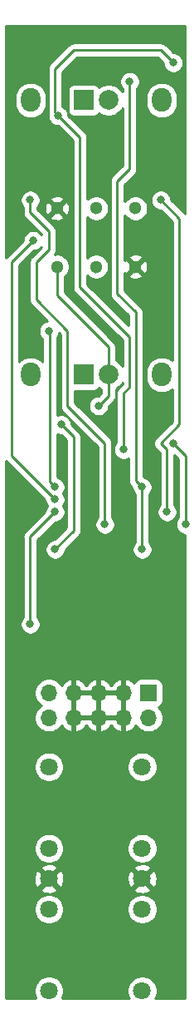
<source format=gbr>
%TF.GenerationSoftware,KiCad,Pcbnew,(5.1.6-0)*%
%TF.CreationDate,2023-01-04T15:54:57-05:00*%
%TF.ProjectId,LFO2,4c464f32-2e6b-4696-9361-645f70636258,rev?*%
%TF.SameCoordinates,Original*%
%TF.FileFunction,Copper,L2,Bot*%
%TF.FilePolarity,Positive*%
%FSLAX46Y46*%
G04 Gerber Fmt 4.6, Leading zero omitted, Abs format (unit mm)*
G04 Created by KiCad (PCBNEW (5.1.6-0)) date 2023-01-04 15:54:57*
%MOMM*%
%LPD*%
G01*
G04 APERTURE LIST*
%TA.AperFunction,ComponentPad*%
%ADD10C,1.800000*%
%TD*%
%TA.AperFunction,ComponentPad*%
%ADD11O,2.000000X2.400000*%
%TD*%
%TA.AperFunction,ComponentPad*%
%ADD12C,1.300000*%
%TD*%
%TA.AperFunction,ComponentPad*%
%ADD13R,1.700000X1.700000*%
%TD*%
%TA.AperFunction,ComponentPad*%
%ADD14O,1.700000X1.700000*%
%TD*%
%TA.AperFunction,ComponentPad*%
%ADD15C,2.000000*%
%TD*%
%TA.AperFunction,ComponentPad*%
%ADD16R,2.000000X2.000000*%
%TD*%
%TA.AperFunction,ViaPad*%
%ADD17C,0.800000*%
%TD*%
%TA.AperFunction,Conductor*%
%ADD18C,0.250000*%
%TD*%
%TA.AperFunction,Conductor*%
%ADD19C,0.254000*%
%TD*%
G04 APERTURE END LIST*
D10*
%TO.P,TRI2,3*%
%TO.N,Net-(R22-Pad1)*%
X68580000Y-114206000D03*
%TO.P,TRI2,1*%
%TO.N,GND*%
X68580000Y-125606000D03*
%TO.P,TRI2,2*%
%TO.N,Net-(TRI2-Pad2)*%
X68580000Y-122506000D03*
%TD*%
%TO.P,TRI1,3*%
%TO.N,Net-(R20-Pad1)*%
X78105000Y-114206000D03*
%TO.P,TRI1,1*%
%TO.N,GND*%
X78105000Y-125606000D03*
%TO.P,TRI1,2*%
%TO.N,Net-(TRI1-Pad2)*%
X78105000Y-122506000D03*
%TD*%
%TO.P,SQ2,3*%
%TO.N,Net-(R21-Pad1)*%
X68580000Y-137000000D03*
%TO.P,SQ2,1*%
%TO.N,GND*%
X68580000Y-125600000D03*
%TO.P,SQ2,2*%
%TO.N,Net-(SQ2-Pad2)*%
X68580000Y-128700000D03*
%TD*%
%TO.P,SQ1,3*%
%TO.N,Net-(R19-Pad1)*%
X78105000Y-137000000D03*
%TO.P,SQ1,1*%
%TO.N,GND*%
X78105000Y-125600000D03*
%TO.P,SQ1,2*%
%TO.N,Net-(SQ1-Pad2)*%
X78105000Y-128700000D03*
%TD*%
D11*
%TO.P,RV2,*%
%TO.N,*%
X80106000Y-74295000D03*
X66706000Y-74295000D03*
D12*
%TO.P,RV2,3*%
%TO.N,GND*%
X77406000Y-63295000D03*
%TO.P,RV2,2*%
%TO.N,Net-(R3-Pad1)*%
X73406000Y-63295000D03*
%TO.P,RV2,1*%
%TO.N,+12V*%
X69406000Y-63295000D03*
%TD*%
D11*
%TO.P,RV1,*%
%TO.N,*%
X66706000Y-46355000D03*
X80106000Y-46355000D03*
D12*
%TO.P,RV1,3*%
%TO.N,GND*%
X69406000Y-57355000D03*
%TO.P,RV1,2*%
%TO.N,Net-(R1-Pad1)*%
X73406000Y-57355000D03*
%TO.P,RV1,1*%
%TO.N,+12V*%
X77406000Y-57355000D03*
%TD*%
D13*
%TO.P,H1,1*%
%TO.N,+12V*%
X78740000Y-106680000D03*
D14*
%TO.P,H1,2*%
X78740000Y-109220000D03*
%TO.P,H1,3*%
%TO.N,GND*%
X76200000Y-106680000D03*
%TO.P,H1,4*%
X76200000Y-109220000D03*
%TO.P,H1,5*%
X73660000Y-106680000D03*
%TO.P,H1,6*%
X73660000Y-109220000D03*
%TO.P,H1,7*%
X71120000Y-106680000D03*
%TO.P,H1,8*%
X71120000Y-109220000D03*
%TO.P,H1,9*%
%TO.N,-12V*%
X68580000Y-106680000D03*
%TO.P,H1,10*%
X68580000Y-109220000D03*
%TD*%
D15*
%TO.P,D4,2*%
%TO.N,+12V*%
X74676000Y-74295000D03*
D16*
%TO.P,D4,1*%
%TO.N,Net-(D4-Pad1)*%
X72136000Y-74295000D03*
%TD*%
D15*
%TO.P,D3,2*%
%TO.N,+12V*%
X74676000Y-46355000D03*
D16*
%TO.P,D3,1*%
%TO.N,Net-(D3-Pad1)*%
X72136000Y-46355000D03*
%TD*%
D17*
%TO.N,Net-(C1-Pad1)*%
X76835000Y-44450000D03*
X78105000Y-92075000D03*
X78105000Y-85725000D03*
%TO.N,Net-(C1-Pad2)*%
X80645000Y-88265000D03*
X80010000Y-56515000D03*
%TO.N,Net-(C2-Pad2)*%
X69215000Y-85725000D03*
X68580000Y-69850000D03*
%TO.N,+12V*%
X73660000Y-77470000D03*
%TO.N,-12V*%
X66675000Y-99695000D03*
X69215000Y-88265000D03*
%TO.N,GND*%
X81915000Y-39370000D03*
X81915000Y-48895000D03*
X81915000Y-52070000D03*
X71755000Y-96520000D03*
X75565000Y-96520000D03*
X66040000Y-71755000D03*
%TO.N,Net-(Q1-Pad3)*%
X76200000Y-81915000D03*
X69532500Y-47942500D03*
X81280000Y-42545000D03*
%TO.N,Net-(R1-Pad2)*%
X74295000Y-89535000D03*
X66675000Y-56515000D03*
%TO.N,Net-(R3-Pad2)*%
X69215000Y-86995000D03*
X66992500Y-60642500D03*
%TO.N,Net-(R15-Pad2)*%
X82550000Y-89535000D03*
X81280000Y-81280000D03*
%TO.N,Net-(R10-Pad2)*%
X69215000Y-92075000D03*
X69850000Y-79375000D03*
%TD*%
D18*
%TO.N,Net-(C1-Pad1)*%
X78105000Y-92075000D02*
X78105000Y-85725000D01*
X75565000Y-66040000D02*
X75565000Y-54610000D01*
X76835000Y-53340000D02*
X76835000Y-44450000D01*
X75565000Y-54610000D02*
X76835000Y-53340000D01*
X78105000Y-85725000D02*
X77470000Y-85090000D01*
X77470000Y-85090000D02*
X77470000Y-67945000D01*
X77470000Y-67945000D02*
X75565000Y-66040000D01*
%TO.N,Net-(C1-Pad2)*%
X81915000Y-79375000D02*
X81915000Y-58420000D01*
X80010000Y-81280000D02*
X81915000Y-79375000D01*
X81915000Y-58420000D02*
X80010000Y-56515000D01*
X80645000Y-81915000D02*
X80010000Y-81280000D01*
X80645000Y-88265000D02*
X80645000Y-81915000D01*
%TO.N,Net-(C2-Pad2)*%
X68670001Y-85180001D02*
X69215000Y-85725000D01*
X68670001Y-69940001D02*
X68670001Y-85180001D01*
X68580000Y-69850000D02*
X68670001Y-69940001D01*
%TO.N,+12V*%
X74676000Y-74295000D02*
X74676000Y-71501000D01*
X69406000Y-66231000D02*
X69406000Y-63295000D01*
X74676000Y-71501000D02*
X69406000Y-66231000D01*
X74676000Y-76454000D02*
X73660000Y-77470000D01*
X74676000Y-74295000D02*
X74676000Y-76454000D01*
%TO.N,-12V*%
X66675000Y-90805000D02*
X69215000Y-88265000D01*
X66675000Y-99695000D02*
X66675000Y-90805000D01*
%TO.N,Net-(Q1-Pad3)*%
X71120000Y-41275000D02*
X80010000Y-41275000D01*
X69215000Y-43180000D02*
X71120000Y-41275000D01*
X69215000Y-47625000D02*
X69215000Y-43180000D01*
X71755000Y-50165000D02*
X69532500Y-47942500D01*
X71755000Y-65405000D02*
X71755000Y-50165000D01*
X76200000Y-76200000D02*
X76835000Y-75565000D01*
X76835000Y-70485000D02*
X71755000Y-65405000D01*
X76835000Y-75565000D02*
X76835000Y-70485000D01*
X76200000Y-81915000D02*
X76200000Y-76200000D01*
X69532500Y-47942500D02*
X69215000Y-47625000D01*
X81280000Y-42545000D02*
X80010000Y-41275000D01*
%TO.N,Net-(R1-Pad2)*%
X68580000Y-59690000D02*
X66675000Y-57785000D01*
X67310000Y-62865000D02*
X68580000Y-61595000D01*
X68580000Y-61595000D02*
X68580000Y-59690000D01*
X70485000Y-69850000D02*
X67310000Y-66675000D01*
X70485000Y-77470000D02*
X70485000Y-69850000D01*
X74295000Y-89535000D02*
X74295000Y-81280000D01*
X67310000Y-66675000D02*
X67310000Y-62865000D01*
X66675000Y-57785000D02*
X66675000Y-56515000D01*
X74295000Y-81280000D02*
X70485000Y-77470000D01*
%TO.N,Net-(R3-Pad2)*%
X69215000Y-86995000D02*
X64770000Y-82550000D01*
X64770000Y-62865000D02*
X66992500Y-60642500D01*
X64770000Y-82550000D02*
X64770000Y-62865000D01*
%TO.N,Net-(R15-Pad2)*%
X82550000Y-89535000D02*
X82550000Y-83820000D01*
X82550000Y-83820000D02*
X82550000Y-82550000D01*
X82550000Y-82550000D02*
X81280000Y-81280000D01*
X81280000Y-81280000D02*
X81280000Y-81280000D01*
%TO.N,Net-(R10-Pad2)*%
X69215000Y-92075000D02*
X71120000Y-90170000D01*
X71120000Y-80645000D02*
X69850000Y-79375000D01*
X71120000Y-90170000D02*
X71120000Y-80645000D01*
%TD*%
D19*
%TO.N,GND*%
G36*
X82500000Y-57934831D02*
G01*
X82455001Y-57879999D01*
X82426003Y-57856201D01*
X81045000Y-56475199D01*
X81045000Y-56413061D01*
X81005226Y-56213102D01*
X80927205Y-56024744D01*
X80813937Y-55855226D01*
X80669774Y-55711063D01*
X80500256Y-55597795D01*
X80311898Y-55519774D01*
X80111939Y-55480000D01*
X79908061Y-55480000D01*
X79708102Y-55519774D01*
X79519744Y-55597795D01*
X79350226Y-55711063D01*
X79206063Y-55855226D01*
X79092795Y-56024744D01*
X79014774Y-56213102D01*
X78975000Y-56413061D01*
X78975000Y-56616939D01*
X79014774Y-56816898D01*
X79092795Y-57005256D01*
X79206063Y-57174774D01*
X79350226Y-57318937D01*
X79519744Y-57432205D01*
X79708102Y-57510226D01*
X79908061Y-57550000D01*
X79970199Y-57550000D01*
X81155001Y-58734803D01*
X81155000Y-72840785D01*
X81018751Y-72728969D01*
X80734714Y-72577148D01*
X80426515Y-72483657D01*
X80106000Y-72452089D01*
X79785484Y-72483657D01*
X79477285Y-72577148D01*
X79193248Y-72728969D01*
X78944286Y-72933286D01*
X78739969Y-73182249D01*
X78588148Y-73466286D01*
X78494657Y-73774485D01*
X78471000Y-74014679D01*
X78471000Y-74575322D01*
X78494657Y-74815516D01*
X78588148Y-75123715D01*
X78739969Y-75407752D01*
X78944286Y-75656714D01*
X79193249Y-75861031D01*
X79477286Y-76012852D01*
X79785485Y-76106343D01*
X80106000Y-76137911D01*
X80426516Y-76106343D01*
X80734715Y-76012852D01*
X81018752Y-75861031D01*
X81155000Y-75749215D01*
X81155000Y-79060198D01*
X79499003Y-80716196D01*
X79469999Y-80739999D01*
X79425694Y-80793985D01*
X79375026Y-80855724D01*
X79304454Y-80987754D01*
X79260998Y-81131015D01*
X79246324Y-81280000D01*
X79260998Y-81428985D01*
X79304454Y-81572246D01*
X79375026Y-81704276D01*
X79469999Y-81820001D01*
X79499002Y-81843803D01*
X79885001Y-82229803D01*
X79885000Y-87561289D01*
X79841063Y-87605226D01*
X79727795Y-87774744D01*
X79649774Y-87963102D01*
X79610000Y-88163061D01*
X79610000Y-88366939D01*
X79649774Y-88566898D01*
X79727795Y-88755256D01*
X79841063Y-88924774D01*
X79985226Y-89068937D01*
X80154744Y-89182205D01*
X80343102Y-89260226D01*
X80543061Y-89300000D01*
X80746939Y-89300000D01*
X80946898Y-89260226D01*
X81135256Y-89182205D01*
X81304774Y-89068937D01*
X81448937Y-88924774D01*
X81562205Y-88755256D01*
X81640226Y-88566898D01*
X81680000Y-88366939D01*
X81680000Y-88163061D01*
X81640226Y-87963102D01*
X81562205Y-87774744D01*
X81448937Y-87605226D01*
X81405000Y-87561289D01*
X81405000Y-82479802D01*
X81790001Y-82864803D01*
X81790000Y-83857332D01*
X81790001Y-83857342D01*
X81790000Y-88831289D01*
X81746063Y-88875226D01*
X81632795Y-89044744D01*
X81554774Y-89233102D01*
X81515000Y-89433061D01*
X81515000Y-89636939D01*
X81554774Y-89836898D01*
X81632795Y-90025256D01*
X81746063Y-90194774D01*
X81890226Y-90338937D01*
X82059744Y-90452205D01*
X82248102Y-90530226D01*
X82448061Y-90570000D01*
X82500001Y-90570000D01*
X82500001Y-137745000D01*
X79453335Y-137745000D01*
X79465299Y-137727095D01*
X79581011Y-137447743D01*
X79640000Y-137151184D01*
X79640000Y-136848816D01*
X79581011Y-136552257D01*
X79465299Y-136272905D01*
X79297312Y-136021495D01*
X79083505Y-135807688D01*
X78832095Y-135639701D01*
X78552743Y-135523989D01*
X78256184Y-135465000D01*
X77953816Y-135465000D01*
X77657257Y-135523989D01*
X77377905Y-135639701D01*
X77126495Y-135807688D01*
X76912688Y-136021495D01*
X76744701Y-136272905D01*
X76628989Y-136552257D01*
X76570000Y-136848816D01*
X76570000Y-137151184D01*
X76628989Y-137447743D01*
X76744701Y-137727095D01*
X76756665Y-137745000D01*
X69928335Y-137745000D01*
X69940299Y-137727095D01*
X70056011Y-137447743D01*
X70115000Y-137151184D01*
X70115000Y-136848816D01*
X70056011Y-136552257D01*
X69940299Y-136272905D01*
X69772312Y-136021495D01*
X69558505Y-135807688D01*
X69307095Y-135639701D01*
X69027743Y-135523989D01*
X68731184Y-135465000D01*
X68428816Y-135465000D01*
X68132257Y-135523989D01*
X67852905Y-135639701D01*
X67601495Y-135807688D01*
X67387688Y-136021495D01*
X67219701Y-136272905D01*
X67103989Y-136552257D01*
X67045000Y-136848816D01*
X67045000Y-137151184D01*
X67103989Y-137447743D01*
X67219701Y-137727095D01*
X67231665Y-137745000D01*
X64185000Y-137745000D01*
X64185000Y-128548816D01*
X67045000Y-128548816D01*
X67045000Y-128851184D01*
X67103989Y-129147743D01*
X67219701Y-129427095D01*
X67387688Y-129678505D01*
X67601495Y-129892312D01*
X67852905Y-130060299D01*
X68132257Y-130176011D01*
X68428816Y-130235000D01*
X68731184Y-130235000D01*
X69027743Y-130176011D01*
X69307095Y-130060299D01*
X69558505Y-129892312D01*
X69772312Y-129678505D01*
X69940299Y-129427095D01*
X70056011Y-129147743D01*
X70115000Y-128851184D01*
X70115000Y-128548816D01*
X76570000Y-128548816D01*
X76570000Y-128851184D01*
X76628989Y-129147743D01*
X76744701Y-129427095D01*
X76912688Y-129678505D01*
X77126495Y-129892312D01*
X77377905Y-130060299D01*
X77657257Y-130176011D01*
X77953816Y-130235000D01*
X78256184Y-130235000D01*
X78552743Y-130176011D01*
X78832095Y-130060299D01*
X79083505Y-129892312D01*
X79297312Y-129678505D01*
X79465299Y-129427095D01*
X79581011Y-129147743D01*
X79640000Y-128851184D01*
X79640000Y-128548816D01*
X79581011Y-128252257D01*
X79465299Y-127972905D01*
X79297312Y-127721495D01*
X79083505Y-127507688D01*
X78832095Y-127339701D01*
X78552743Y-127223989D01*
X78256184Y-127165000D01*
X77953816Y-127165000D01*
X77657257Y-127223989D01*
X77377905Y-127339701D01*
X77126495Y-127507688D01*
X76912688Y-127721495D01*
X76744701Y-127972905D01*
X76628989Y-128252257D01*
X76570000Y-128548816D01*
X70115000Y-128548816D01*
X70056011Y-128252257D01*
X69940299Y-127972905D01*
X69772312Y-127721495D01*
X69558505Y-127507688D01*
X69307095Y-127339701D01*
X69027743Y-127223989D01*
X68731184Y-127165000D01*
X68428816Y-127165000D01*
X68132257Y-127223989D01*
X67852905Y-127339701D01*
X67601495Y-127507688D01*
X67387688Y-127721495D01*
X67219701Y-127972905D01*
X67103989Y-128252257D01*
X67045000Y-128548816D01*
X64185000Y-128548816D01*
X64185000Y-126664080D01*
X67695525Y-126664080D01*
X67697011Y-126668594D01*
X67695525Y-126670080D01*
X67779208Y-126924261D01*
X68051775Y-127055158D01*
X68344642Y-127130365D01*
X68646553Y-127146991D01*
X68945907Y-127104397D01*
X69231199Y-127004222D01*
X69380792Y-126924261D01*
X69464475Y-126670080D01*
X69462989Y-126668594D01*
X69464475Y-126664080D01*
X77220525Y-126664080D01*
X77222011Y-126668594D01*
X77220525Y-126670080D01*
X77304208Y-126924261D01*
X77576775Y-127055158D01*
X77869642Y-127130365D01*
X78171553Y-127146991D01*
X78470907Y-127104397D01*
X78756199Y-127004222D01*
X78905792Y-126924261D01*
X78989475Y-126670080D01*
X78987989Y-126668594D01*
X78989475Y-126664080D01*
X78105000Y-125779605D01*
X77220525Y-126664080D01*
X69464475Y-126664080D01*
X68580000Y-125779605D01*
X67695525Y-126664080D01*
X64185000Y-126664080D01*
X64185000Y-125666553D01*
X67039009Y-125666553D01*
X67039247Y-125668227D01*
X67039009Y-125672553D01*
X67081603Y-125971907D01*
X67181778Y-126257199D01*
X67261739Y-126406792D01*
X67515920Y-126490475D01*
X68400395Y-125606000D01*
X68397395Y-125603000D01*
X68400395Y-125600000D01*
X68759605Y-125600000D01*
X68762605Y-125603000D01*
X68759605Y-125606000D01*
X69644080Y-126490475D01*
X69898261Y-126406792D01*
X70029158Y-126134225D01*
X70104365Y-125841358D01*
X70113991Y-125666553D01*
X76564009Y-125666553D01*
X76564247Y-125668227D01*
X76564009Y-125672553D01*
X76606603Y-125971907D01*
X76706778Y-126257199D01*
X76786739Y-126406792D01*
X77040920Y-126490475D01*
X77925395Y-125606000D01*
X77922395Y-125603000D01*
X77925395Y-125600000D01*
X78284605Y-125600000D01*
X78287605Y-125603000D01*
X78284605Y-125606000D01*
X79169080Y-126490475D01*
X79423261Y-126406792D01*
X79554158Y-126134225D01*
X79629365Y-125841358D01*
X79645991Y-125539447D01*
X79645753Y-125537773D01*
X79645991Y-125533447D01*
X79603397Y-125234093D01*
X79503222Y-124948801D01*
X79423261Y-124799208D01*
X79169080Y-124715525D01*
X78284605Y-125600000D01*
X77925395Y-125600000D01*
X77040920Y-124715525D01*
X76786739Y-124799208D01*
X76655842Y-125071775D01*
X76580635Y-125364642D01*
X76564009Y-125666553D01*
X70113991Y-125666553D01*
X70120991Y-125539447D01*
X70120753Y-125537773D01*
X70120991Y-125533447D01*
X70078397Y-125234093D01*
X69978222Y-124948801D01*
X69898261Y-124799208D01*
X69644080Y-124715525D01*
X68759605Y-125600000D01*
X68400395Y-125600000D01*
X67515920Y-124715525D01*
X67261739Y-124799208D01*
X67130842Y-125071775D01*
X67055635Y-125364642D01*
X67039009Y-125666553D01*
X64185000Y-125666553D01*
X64185000Y-124535920D01*
X67695525Y-124535920D01*
X67697011Y-124537406D01*
X67695525Y-124541920D01*
X68580000Y-125426395D01*
X69464475Y-124541920D01*
X69462989Y-124537406D01*
X69464475Y-124535920D01*
X77220525Y-124535920D01*
X77222011Y-124537406D01*
X77220525Y-124541920D01*
X78105000Y-125426395D01*
X78989475Y-124541920D01*
X78987989Y-124537406D01*
X78989475Y-124535920D01*
X78905792Y-124281739D01*
X78633225Y-124150842D01*
X78340358Y-124075635D01*
X78038447Y-124059009D01*
X77739093Y-124101603D01*
X77453801Y-124201778D01*
X77304208Y-124281739D01*
X77220525Y-124535920D01*
X69464475Y-124535920D01*
X69380792Y-124281739D01*
X69108225Y-124150842D01*
X68815358Y-124075635D01*
X68513447Y-124059009D01*
X68214093Y-124101603D01*
X67928801Y-124201778D01*
X67779208Y-124281739D01*
X67695525Y-124535920D01*
X64185000Y-124535920D01*
X64185000Y-122354816D01*
X67045000Y-122354816D01*
X67045000Y-122657184D01*
X67103989Y-122953743D01*
X67219701Y-123233095D01*
X67387688Y-123484505D01*
X67601495Y-123698312D01*
X67852905Y-123866299D01*
X68132257Y-123982011D01*
X68428816Y-124041000D01*
X68731184Y-124041000D01*
X69027743Y-123982011D01*
X69307095Y-123866299D01*
X69558505Y-123698312D01*
X69772312Y-123484505D01*
X69940299Y-123233095D01*
X70056011Y-122953743D01*
X70115000Y-122657184D01*
X70115000Y-122354816D01*
X76570000Y-122354816D01*
X76570000Y-122657184D01*
X76628989Y-122953743D01*
X76744701Y-123233095D01*
X76912688Y-123484505D01*
X77126495Y-123698312D01*
X77377905Y-123866299D01*
X77657257Y-123982011D01*
X77953816Y-124041000D01*
X78256184Y-124041000D01*
X78552743Y-123982011D01*
X78832095Y-123866299D01*
X79083505Y-123698312D01*
X79297312Y-123484505D01*
X79465299Y-123233095D01*
X79581011Y-122953743D01*
X79640000Y-122657184D01*
X79640000Y-122354816D01*
X79581011Y-122058257D01*
X79465299Y-121778905D01*
X79297312Y-121527495D01*
X79083505Y-121313688D01*
X78832095Y-121145701D01*
X78552743Y-121029989D01*
X78256184Y-120971000D01*
X77953816Y-120971000D01*
X77657257Y-121029989D01*
X77377905Y-121145701D01*
X77126495Y-121313688D01*
X76912688Y-121527495D01*
X76744701Y-121778905D01*
X76628989Y-122058257D01*
X76570000Y-122354816D01*
X70115000Y-122354816D01*
X70056011Y-122058257D01*
X69940299Y-121778905D01*
X69772312Y-121527495D01*
X69558505Y-121313688D01*
X69307095Y-121145701D01*
X69027743Y-121029989D01*
X68731184Y-120971000D01*
X68428816Y-120971000D01*
X68132257Y-121029989D01*
X67852905Y-121145701D01*
X67601495Y-121313688D01*
X67387688Y-121527495D01*
X67219701Y-121778905D01*
X67103989Y-122058257D01*
X67045000Y-122354816D01*
X64185000Y-122354816D01*
X64185000Y-114054816D01*
X67045000Y-114054816D01*
X67045000Y-114357184D01*
X67103989Y-114653743D01*
X67219701Y-114933095D01*
X67387688Y-115184505D01*
X67601495Y-115398312D01*
X67852905Y-115566299D01*
X68132257Y-115682011D01*
X68428816Y-115741000D01*
X68731184Y-115741000D01*
X69027743Y-115682011D01*
X69307095Y-115566299D01*
X69558505Y-115398312D01*
X69772312Y-115184505D01*
X69940299Y-114933095D01*
X70056011Y-114653743D01*
X70115000Y-114357184D01*
X70115000Y-114054816D01*
X76570000Y-114054816D01*
X76570000Y-114357184D01*
X76628989Y-114653743D01*
X76744701Y-114933095D01*
X76912688Y-115184505D01*
X77126495Y-115398312D01*
X77377905Y-115566299D01*
X77657257Y-115682011D01*
X77953816Y-115741000D01*
X78256184Y-115741000D01*
X78552743Y-115682011D01*
X78832095Y-115566299D01*
X79083505Y-115398312D01*
X79297312Y-115184505D01*
X79465299Y-114933095D01*
X79581011Y-114653743D01*
X79640000Y-114357184D01*
X79640000Y-114054816D01*
X79581011Y-113758257D01*
X79465299Y-113478905D01*
X79297312Y-113227495D01*
X79083505Y-113013688D01*
X78832095Y-112845701D01*
X78552743Y-112729989D01*
X78256184Y-112671000D01*
X77953816Y-112671000D01*
X77657257Y-112729989D01*
X77377905Y-112845701D01*
X77126495Y-113013688D01*
X76912688Y-113227495D01*
X76744701Y-113478905D01*
X76628989Y-113758257D01*
X76570000Y-114054816D01*
X70115000Y-114054816D01*
X70056011Y-113758257D01*
X69940299Y-113478905D01*
X69772312Y-113227495D01*
X69558505Y-113013688D01*
X69307095Y-112845701D01*
X69027743Y-112729989D01*
X68731184Y-112671000D01*
X68428816Y-112671000D01*
X68132257Y-112729989D01*
X67852905Y-112845701D01*
X67601495Y-113013688D01*
X67387688Y-113227495D01*
X67219701Y-113478905D01*
X67103989Y-113758257D01*
X67045000Y-114054816D01*
X64185000Y-114054816D01*
X64185000Y-106533740D01*
X67095000Y-106533740D01*
X67095000Y-106826260D01*
X67152068Y-107113158D01*
X67264010Y-107383411D01*
X67426525Y-107626632D01*
X67633368Y-107833475D01*
X67807760Y-107950000D01*
X67633368Y-108066525D01*
X67426525Y-108273368D01*
X67264010Y-108516589D01*
X67152068Y-108786842D01*
X67095000Y-109073740D01*
X67095000Y-109366260D01*
X67152068Y-109653158D01*
X67264010Y-109923411D01*
X67426525Y-110166632D01*
X67633368Y-110373475D01*
X67876589Y-110535990D01*
X68146842Y-110647932D01*
X68433740Y-110705000D01*
X68726260Y-110705000D01*
X69013158Y-110647932D01*
X69283411Y-110535990D01*
X69526632Y-110373475D01*
X69733475Y-110166632D01*
X69855195Y-109984466D01*
X69924822Y-110101355D01*
X70119731Y-110317588D01*
X70353080Y-110491641D01*
X70615901Y-110616825D01*
X70763110Y-110661476D01*
X70993000Y-110540155D01*
X70993000Y-109347000D01*
X71247000Y-109347000D01*
X71247000Y-110540155D01*
X71476890Y-110661476D01*
X71624099Y-110616825D01*
X71886920Y-110491641D01*
X72120269Y-110317588D01*
X72315178Y-110101355D01*
X72390000Y-109975745D01*
X72464822Y-110101355D01*
X72659731Y-110317588D01*
X72893080Y-110491641D01*
X73155901Y-110616825D01*
X73303110Y-110661476D01*
X73533000Y-110540155D01*
X73533000Y-109347000D01*
X73787000Y-109347000D01*
X73787000Y-110540155D01*
X74016890Y-110661476D01*
X74164099Y-110616825D01*
X74426920Y-110491641D01*
X74660269Y-110317588D01*
X74855178Y-110101355D01*
X74930000Y-109975745D01*
X75004822Y-110101355D01*
X75199731Y-110317588D01*
X75433080Y-110491641D01*
X75695901Y-110616825D01*
X75843110Y-110661476D01*
X76073000Y-110540155D01*
X76073000Y-109347000D01*
X73787000Y-109347000D01*
X73533000Y-109347000D01*
X71247000Y-109347000D01*
X70993000Y-109347000D01*
X70973000Y-109347000D01*
X70973000Y-109093000D01*
X70993000Y-109093000D01*
X70993000Y-106807000D01*
X71247000Y-106807000D01*
X71247000Y-109093000D01*
X73533000Y-109093000D01*
X73533000Y-106807000D01*
X73787000Y-106807000D01*
X73787000Y-109093000D01*
X76073000Y-109093000D01*
X76073000Y-106807000D01*
X73787000Y-106807000D01*
X73533000Y-106807000D01*
X71247000Y-106807000D01*
X70993000Y-106807000D01*
X70973000Y-106807000D01*
X70973000Y-106553000D01*
X70993000Y-106553000D01*
X70993000Y-105359845D01*
X71247000Y-105359845D01*
X71247000Y-106553000D01*
X73533000Y-106553000D01*
X73533000Y-105359845D01*
X73787000Y-105359845D01*
X73787000Y-106553000D01*
X76073000Y-106553000D01*
X76073000Y-105359845D01*
X76327000Y-105359845D01*
X76327000Y-106553000D01*
X76347000Y-106553000D01*
X76347000Y-106807000D01*
X76327000Y-106807000D01*
X76327000Y-109093000D01*
X76347000Y-109093000D01*
X76347000Y-109347000D01*
X76327000Y-109347000D01*
X76327000Y-110540155D01*
X76556890Y-110661476D01*
X76704099Y-110616825D01*
X76966920Y-110491641D01*
X77200269Y-110317588D01*
X77395178Y-110101355D01*
X77464805Y-109984466D01*
X77586525Y-110166632D01*
X77793368Y-110373475D01*
X78036589Y-110535990D01*
X78306842Y-110647932D01*
X78593740Y-110705000D01*
X78886260Y-110705000D01*
X79173158Y-110647932D01*
X79443411Y-110535990D01*
X79686632Y-110373475D01*
X79893475Y-110166632D01*
X80055990Y-109923411D01*
X80167932Y-109653158D01*
X80225000Y-109366260D01*
X80225000Y-109073740D01*
X80167932Y-108786842D01*
X80055990Y-108516589D01*
X79893475Y-108273368D01*
X79761620Y-108141513D01*
X79834180Y-108119502D01*
X79944494Y-108060537D01*
X80041185Y-107981185D01*
X80120537Y-107884494D01*
X80179502Y-107774180D01*
X80215812Y-107654482D01*
X80228072Y-107530000D01*
X80228072Y-105830000D01*
X80215812Y-105705518D01*
X80179502Y-105585820D01*
X80120537Y-105475506D01*
X80041185Y-105378815D01*
X79944494Y-105299463D01*
X79834180Y-105240498D01*
X79714482Y-105204188D01*
X79590000Y-105191928D01*
X77890000Y-105191928D01*
X77765518Y-105204188D01*
X77645820Y-105240498D01*
X77535506Y-105299463D01*
X77438815Y-105378815D01*
X77359463Y-105475506D01*
X77300498Y-105585820D01*
X77276034Y-105666466D01*
X77200269Y-105582412D01*
X76966920Y-105408359D01*
X76704099Y-105283175D01*
X76556890Y-105238524D01*
X76327000Y-105359845D01*
X76073000Y-105359845D01*
X75843110Y-105238524D01*
X75695901Y-105283175D01*
X75433080Y-105408359D01*
X75199731Y-105582412D01*
X75004822Y-105798645D01*
X74930000Y-105924255D01*
X74855178Y-105798645D01*
X74660269Y-105582412D01*
X74426920Y-105408359D01*
X74164099Y-105283175D01*
X74016890Y-105238524D01*
X73787000Y-105359845D01*
X73533000Y-105359845D01*
X73303110Y-105238524D01*
X73155901Y-105283175D01*
X72893080Y-105408359D01*
X72659731Y-105582412D01*
X72464822Y-105798645D01*
X72390000Y-105924255D01*
X72315178Y-105798645D01*
X72120269Y-105582412D01*
X71886920Y-105408359D01*
X71624099Y-105283175D01*
X71476890Y-105238524D01*
X71247000Y-105359845D01*
X70993000Y-105359845D01*
X70763110Y-105238524D01*
X70615901Y-105283175D01*
X70353080Y-105408359D01*
X70119731Y-105582412D01*
X69924822Y-105798645D01*
X69855195Y-105915534D01*
X69733475Y-105733368D01*
X69526632Y-105526525D01*
X69283411Y-105364010D01*
X69013158Y-105252068D01*
X68726260Y-105195000D01*
X68433740Y-105195000D01*
X68146842Y-105252068D01*
X67876589Y-105364010D01*
X67633368Y-105526525D01*
X67426525Y-105733368D01*
X67264010Y-105976589D01*
X67152068Y-106246842D01*
X67095000Y-106533740D01*
X64185000Y-106533740D01*
X64185000Y-83035169D01*
X64229999Y-83090001D01*
X64259003Y-83113804D01*
X68180000Y-87034802D01*
X68180000Y-87096939D01*
X68219774Y-87296898D01*
X68297795Y-87485256D01*
X68394510Y-87630000D01*
X68297795Y-87774744D01*
X68219774Y-87963102D01*
X68180000Y-88163061D01*
X68180000Y-88225197D01*
X66163998Y-90241201D01*
X66135000Y-90264999D01*
X66111202Y-90293997D01*
X66111201Y-90293998D01*
X66040026Y-90380724D01*
X65969454Y-90512754D01*
X65925998Y-90656015D01*
X65911324Y-90805000D01*
X65915001Y-90842332D01*
X65915000Y-98991289D01*
X65871063Y-99035226D01*
X65757795Y-99204744D01*
X65679774Y-99393102D01*
X65640000Y-99593061D01*
X65640000Y-99796939D01*
X65679774Y-99996898D01*
X65757795Y-100185256D01*
X65871063Y-100354774D01*
X66015226Y-100498937D01*
X66184744Y-100612205D01*
X66373102Y-100690226D01*
X66573061Y-100730000D01*
X66776939Y-100730000D01*
X66976898Y-100690226D01*
X67165256Y-100612205D01*
X67334774Y-100498937D01*
X67478937Y-100354774D01*
X67592205Y-100185256D01*
X67670226Y-99996898D01*
X67710000Y-99796939D01*
X67710000Y-99593061D01*
X67670226Y-99393102D01*
X67592205Y-99204744D01*
X67478937Y-99035226D01*
X67435000Y-98991289D01*
X67435000Y-91119801D01*
X69254803Y-89300000D01*
X69316939Y-89300000D01*
X69516898Y-89260226D01*
X69705256Y-89182205D01*
X69874774Y-89068937D01*
X70018937Y-88924774D01*
X70132205Y-88755256D01*
X70210226Y-88566898D01*
X70250000Y-88366939D01*
X70250000Y-88163061D01*
X70210226Y-87963102D01*
X70132205Y-87774744D01*
X70035490Y-87630000D01*
X70132205Y-87485256D01*
X70210226Y-87296898D01*
X70250000Y-87096939D01*
X70250000Y-86893061D01*
X70210226Y-86693102D01*
X70132205Y-86504744D01*
X70035490Y-86360000D01*
X70132205Y-86215256D01*
X70210226Y-86026898D01*
X70250000Y-85826939D01*
X70250000Y-85623061D01*
X70210226Y-85423102D01*
X70132205Y-85234744D01*
X70018937Y-85065226D01*
X69874774Y-84921063D01*
X69705256Y-84807795D01*
X69516898Y-84729774D01*
X69430001Y-84712489D01*
X69430001Y-80321307D01*
X69548102Y-80370226D01*
X69748061Y-80410000D01*
X69810199Y-80410000D01*
X70360001Y-80959803D01*
X70360000Y-89855198D01*
X69175199Y-91040000D01*
X69113061Y-91040000D01*
X68913102Y-91079774D01*
X68724744Y-91157795D01*
X68555226Y-91271063D01*
X68411063Y-91415226D01*
X68297795Y-91584744D01*
X68219774Y-91773102D01*
X68180000Y-91973061D01*
X68180000Y-92176939D01*
X68219774Y-92376898D01*
X68297795Y-92565256D01*
X68411063Y-92734774D01*
X68555226Y-92878937D01*
X68724744Y-92992205D01*
X68913102Y-93070226D01*
X69113061Y-93110000D01*
X69316939Y-93110000D01*
X69516898Y-93070226D01*
X69705256Y-92992205D01*
X69874774Y-92878937D01*
X70018937Y-92734774D01*
X70132205Y-92565256D01*
X70210226Y-92376898D01*
X70250000Y-92176939D01*
X70250000Y-92114801D01*
X71631004Y-90733798D01*
X71660001Y-90710001D01*
X71754974Y-90594276D01*
X71825546Y-90462247D01*
X71869003Y-90318986D01*
X71880000Y-90207333D01*
X71880000Y-90207323D01*
X71883676Y-90170000D01*
X71880000Y-90132677D01*
X71880000Y-80682322D01*
X71883676Y-80644999D01*
X71880000Y-80607676D01*
X71880000Y-80607667D01*
X71869003Y-80496014D01*
X71825546Y-80352753D01*
X71754974Y-80220724D01*
X71660001Y-80104999D01*
X71631003Y-80081201D01*
X70885000Y-79335199D01*
X70885000Y-79273061D01*
X70845226Y-79073102D01*
X70767205Y-78884744D01*
X70653937Y-78715226D01*
X70509774Y-78571063D01*
X70340256Y-78457795D01*
X70151898Y-78379774D01*
X69951939Y-78340000D01*
X69748061Y-78340000D01*
X69548102Y-78379774D01*
X69430001Y-78428693D01*
X69430001Y-70440834D01*
X69497205Y-70340256D01*
X69575226Y-70151898D01*
X69597934Y-70037736D01*
X69725001Y-70164803D01*
X69725000Y-77432678D01*
X69721324Y-77470000D01*
X69725000Y-77507322D01*
X69725000Y-77507332D01*
X69735997Y-77618985D01*
X69779454Y-77762246D01*
X69850026Y-77894276D01*
X69889871Y-77942826D01*
X69944999Y-78010001D01*
X69974003Y-78033804D01*
X73535001Y-81594803D01*
X73535000Y-88831289D01*
X73491063Y-88875226D01*
X73377795Y-89044744D01*
X73299774Y-89233102D01*
X73260000Y-89433061D01*
X73260000Y-89636939D01*
X73299774Y-89836898D01*
X73377795Y-90025256D01*
X73491063Y-90194774D01*
X73635226Y-90338937D01*
X73804744Y-90452205D01*
X73993102Y-90530226D01*
X74193061Y-90570000D01*
X74396939Y-90570000D01*
X74596898Y-90530226D01*
X74785256Y-90452205D01*
X74954774Y-90338937D01*
X75098937Y-90194774D01*
X75212205Y-90025256D01*
X75290226Y-89836898D01*
X75330000Y-89636939D01*
X75330000Y-89433061D01*
X75290226Y-89233102D01*
X75212205Y-89044744D01*
X75098937Y-88875226D01*
X75055000Y-88831289D01*
X75055000Y-81317325D01*
X75058676Y-81280000D01*
X75055000Y-81242675D01*
X75055000Y-81242667D01*
X75044003Y-81131014D01*
X75000546Y-80987753D01*
X74929974Y-80855724D01*
X74835001Y-80739999D01*
X74806003Y-80716201D01*
X71245000Y-77155199D01*
X71245000Y-75933072D01*
X73136000Y-75933072D01*
X73260482Y-75920812D01*
X73380180Y-75884502D01*
X73490494Y-75825537D01*
X73587185Y-75746185D01*
X73666537Y-75649494D01*
X73691191Y-75603370D01*
X73901537Y-75743918D01*
X73916001Y-75749909D01*
X73916001Y-76139197D01*
X73620199Y-76435000D01*
X73558061Y-76435000D01*
X73358102Y-76474774D01*
X73169744Y-76552795D01*
X73000226Y-76666063D01*
X72856063Y-76810226D01*
X72742795Y-76979744D01*
X72664774Y-77168102D01*
X72625000Y-77368061D01*
X72625000Y-77571939D01*
X72664774Y-77771898D01*
X72742795Y-77960256D01*
X72856063Y-78129774D01*
X73000226Y-78273937D01*
X73169744Y-78387205D01*
X73358102Y-78465226D01*
X73558061Y-78505000D01*
X73761939Y-78505000D01*
X73961898Y-78465226D01*
X74150256Y-78387205D01*
X74319774Y-78273937D01*
X74463937Y-78129774D01*
X74577205Y-77960256D01*
X74655226Y-77771898D01*
X74695000Y-77571939D01*
X74695000Y-77509801D01*
X75187003Y-77017799D01*
X75216001Y-76994001D01*
X75288057Y-76906201D01*
X75310974Y-76878277D01*
X75381546Y-76746247D01*
X75405869Y-76666063D01*
X75425003Y-76602986D01*
X75436000Y-76491333D01*
X75436000Y-76491323D01*
X75439676Y-76454000D01*
X75436000Y-76416678D01*
X75436000Y-75749909D01*
X75450463Y-75743918D01*
X75718252Y-75564987D01*
X75945987Y-75337252D01*
X76075000Y-75144170D01*
X76075000Y-75250198D01*
X75688998Y-75636201D01*
X75660000Y-75659999D01*
X75636202Y-75688997D01*
X75636201Y-75688998D01*
X75565026Y-75775724D01*
X75494454Y-75907754D01*
X75450998Y-76051015D01*
X75436324Y-76200000D01*
X75440001Y-76237332D01*
X75440000Y-81211289D01*
X75396063Y-81255226D01*
X75282795Y-81424744D01*
X75204774Y-81613102D01*
X75165000Y-81813061D01*
X75165000Y-82016939D01*
X75204774Y-82216898D01*
X75282795Y-82405256D01*
X75396063Y-82574774D01*
X75540226Y-82718937D01*
X75709744Y-82832205D01*
X75898102Y-82910226D01*
X76098061Y-82950000D01*
X76301939Y-82950000D01*
X76501898Y-82910226D01*
X76690256Y-82832205D01*
X76710000Y-82819012D01*
X76710000Y-85052678D01*
X76706324Y-85090000D01*
X76710000Y-85127322D01*
X76710000Y-85127332D01*
X76720997Y-85238985D01*
X76764454Y-85382246D01*
X76835026Y-85514276D01*
X76874871Y-85562826D01*
X76929999Y-85630001D01*
X76959002Y-85653803D01*
X77070000Y-85764801D01*
X77070000Y-85826939D01*
X77109774Y-86026898D01*
X77187795Y-86215256D01*
X77301063Y-86384774D01*
X77345001Y-86428712D01*
X77345000Y-91371289D01*
X77301063Y-91415226D01*
X77187795Y-91584744D01*
X77109774Y-91773102D01*
X77070000Y-91973061D01*
X77070000Y-92176939D01*
X77109774Y-92376898D01*
X77187795Y-92565256D01*
X77301063Y-92734774D01*
X77445226Y-92878937D01*
X77614744Y-92992205D01*
X77803102Y-93070226D01*
X78003061Y-93110000D01*
X78206939Y-93110000D01*
X78406898Y-93070226D01*
X78595256Y-92992205D01*
X78764774Y-92878937D01*
X78908937Y-92734774D01*
X79022205Y-92565256D01*
X79100226Y-92376898D01*
X79140000Y-92176939D01*
X79140000Y-91973061D01*
X79100226Y-91773102D01*
X79022205Y-91584744D01*
X78908937Y-91415226D01*
X78865000Y-91371289D01*
X78865000Y-86428711D01*
X78908937Y-86384774D01*
X79022205Y-86215256D01*
X79100226Y-86026898D01*
X79140000Y-85826939D01*
X79140000Y-85623061D01*
X79100226Y-85423102D01*
X79022205Y-85234744D01*
X78908937Y-85065226D01*
X78764774Y-84921063D01*
X78595256Y-84807795D01*
X78406898Y-84729774D01*
X78230000Y-84694587D01*
X78230000Y-67982323D01*
X78233676Y-67945000D01*
X78230000Y-67907677D01*
X78230000Y-67907667D01*
X78219003Y-67796014D01*
X78175546Y-67652753D01*
X78104974Y-67520724D01*
X78010001Y-67404999D01*
X77981003Y-67381201D01*
X76325000Y-65725199D01*
X76325000Y-64180527D01*
X76700078Y-64180527D01*
X76753466Y-64409201D01*
X76983374Y-64515095D01*
X77229524Y-64574102D01*
X77482455Y-64583952D01*
X77732449Y-64544270D01*
X77969896Y-64456578D01*
X78058534Y-64409201D01*
X78111922Y-64180527D01*
X77406000Y-63474605D01*
X76700078Y-64180527D01*
X76325000Y-64180527D01*
X76325000Y-63955285D01*
X76520473Y-64000922D01*
X77226395Y-63295000D01*
X77585605Y-63295000D01*
X78291527Y-64000922D01*
X78520201Y-63947534D01*
X78626095Y-63717626D01*
X78685102Y-63471476D01*
X78694952Y-63218545D01*
X78655270Y-62968551D01*
X78567578Y-62731104D01*
X78520201Y-62642466D01*
X78291527Y-62589078D01*
X77585605Y-63295000D01*
X77226395Y-63295000D01*
X76520473Y-62589078D01*
X76325000Y-62634715D01*
X76325000Y-62409473D01*
X76700078Y-62409473D01*
X77406000Y-63115395D01*
X78111922Y-62409473D01*
X78058534Y-62180799D01*
X77828626Y-62074905D01*
X77582476Y-62015898D01*
X77329545Y-62006048D01*
X77079551Y-62045730D01*
X76842104Y-62133422D01*
X76753466Y-62180799D01*
X76700078Y-62409473D01*
X76325000Y-62409473D01*
X76325000Y-58050109D01*
X76407875Y-58174140D01*
X76586860Y-58353125D01*
X76797324Y-58493753D01*
X77031179Y-58590619D01*
X77279439Y-58640000D01*
X77532561Y-58640000D01*
X77780821Y-58590619D01*
X78014676Y-58493753D01*
X78225140Y-58353125D01*
X78404125Y-58174140D01*
X78544753Y-57963676D01*
X78641619Y-57729821D01*
X78691000Y-57481561D01*
X78691000Y-57228439D01*
X78641619Y-56980179D01*
X78544753Y-56746324D01*
X78404125Y-56535860D01*
X78225140Y-56356875D01*
X78014676Y-56216247D01*
X77780821Y-56119381D01*
X77532561Y-56070000D01*
X77279439Y-56070000D01*
X77031179Y-56119381D01*
X76797324Y-56216247D01*
X76586860Y-56356875D01*
X76407875Y-56535860D01*
X76325000Y-56659891D01*
X76325000Y-54924801D01*
X77346004Y-53903798D01*
X77375001Y-53880001D01*
X77469974Y-53764276D01*
X77540546Y-53632247D01*
X77584003Y-53488986D01*
X77595000Y-53377333D01*
X77595000Y-53377324D01*
X77598676Y-53340001D01*
X77595000Y-53302678D01*
X77595000Y-46074679D01*
X78471000Y-46074679D01*
X78471000Y-46635322D01*
X78494657Y-46875516D01*
X78588148Y-47183715D01*
X78739969Y-47467752D01*
X78944286Y-47716714D01*
X79193249Y-47921031D01*
X79477286Y-48072852D01*
X79785485Y-48166343D01*
X80106000Y-48197911D01*
X80426516Y-48166343D01*
X80734715Y-48072852D01*
X81018752Y-47921031D01*
X81267714Y-47716714D01*
X81472031Y-47467752D01*
X81623852Y-47183714D01*
X81717343Y-46875515D01*
X81741000Y-46635321D01*
X81741000Y-46074678D01*
X81717343Y-45834484D01*
X81623852Y-45526285D01*
X81472031Y-45242248D01*
X81267714Y-44993286D01*
X81018751Y-44788969D01*
X80734714Y-44637148D01*
X80426515Y-44543657D01*
X80106000Y-44512089D01*
X79785484Y-44543657D01*
X79477285Y-44637148D01*
X79193248Y-44788969D01*
X78944286Y-44993286D01*
X78739969Y-45242249D01*
X78588148Y-45526286D01*
X78494657Y-45834485D01*
X78471000Y-46074679D01*
X77595000Y-46074679D01*
X77595000Y-45153711D01*
X77638937Y-45109774D01*
X77752205Y-44940256D01*
X77830226Y-44751898D01*
X77870000Y-44551939D01*
X77870000Y-44348061D01*
X77830226Y-44148102D01*
X77752205Y-43959744D01*
X77638937Y-43790226D01*
X77494774Y-43646063D01*
X77325256Y-43532795D01*
X77136898Y-43454774D01*
X76936939Y-43415000D01*
X76733061Y-43415000D01*
X76533102Y-43454774D01*
X76344744Y-43532795D01*
X76175226Y-43646063D01*
X76031063Y-43790226D01*
X75917795Y-43959744D01*
X75839774Y-44148102D01*
X75800000Y-44348061D01*
X75800000Y-44551939D01*
X75839774Y-44751898D01*
X75917795Y-44940256D01*
X76031063Y-45109774D01*
X76075001Y-45153712D01*
X76075001Y-45505831D01*
X75945987Y-45312748D01*
X75718252Y-45085013D01*
X75450463Y-44906082D01*
X75152912Y-44782832D01*
X74837033Y-44720000D01*
X74514967Y-44720000D01*
X74199088Y-44782832D01*
X73901537Y-44906082D01*
X73691191Y-45046630D01*
X73666537Y-45000506D01*
X73587185Y-44903815D01*
X73490494Y-44824463D01*
X73380180Y-44765498D01*
X73260482Y-44729188D01*
X73136000Y-44716928D01*
X71136000Y-44716928D01*
X71011518Y-44729188D01*
X70891820Y-44765498D01*
X70781506Y-44824463D01*
X70684815Y-44903815D01*
X70605463Y-45000506D01*
X70546498Y-45110820D01*
X70510188Y-45230518D01*
X70497928Y-45355000D01*
X70497928Y-47355000D01*
X70510188Y-47479482D01*
X70546498Y-47599180D01*
X70605463Y-47709494D01*
X70684815Y-47806185D01*
X70781506Y-47885537D01*
X70891820Y-47944502D01*
X71011518Y-47980812D01*
X71136000Y-47993072D01*
X73136000Y-47993072D01*
X73260482Y-47980812D01*
X73380180Y-47944502D01*
X73490494Y-47885537D01*
X73587185Y-47806185D01*
X73666537Y-47709494D01*
X73691191Y-47663370D01*
X73901537Y-47803918D01*
X74199088Y-47927168D01*
X74514967Y-47990000D01*
X74837033Y-47990000D01*
X75152912Y-47927168D01*
X75450463Y-47803918D01*
X75718252Y-47624987D01*
X75945987Y-47397252D01*
X76075001Y-47204169D01*
X76075000Y-53025198D01*
X75053998Y-54046201D01*
X75025000Y-54069999D01*
X75001202Y-54098997D01*
X75001201Y-54098998D01*
X74930026Y-54185724D01*
X74859454Y-54317754D01*
X74815998Y-54461015D01*
X74801324Y-54610000D01*
X74805001Y-54647332D01*
X74805000Y-66002678D01*
X74801324Y-66040000D01*
X74805000Y-66077322D01*
X74805000Y-66077332D01*
X74815997Y-66188985D01*
X74840067Y-66268333D01*
X74859454Y-66332246D01*
X74930026Y-66464276D01*
X74969871Y-66512826D01*
X75024999Y-66580001D01*
X75054003Y-66603804D01*
X76710001Y-68259803D01*
X76710001Y-69285199D01*
X72515000Y-65090199D01*
X72515000Y-64221265D01*
X72586860Y-64293125D01*
X72797324Y-64433753D01*
X73031179Y-64530619D01*
X73279439Y-64580000D01*
X73532561Y-64580000D01*
X73780821Y-64530619D01*
X74014676Y-64433753D01*
X74225140Y-64293125D01*
X74404125Y-64114140D01*
X74544753Y-63903676D01*
X74641619Y-63669821D01*
X74691000Y-63421561D01*
X74691000Y-63168439D01*
X74641619Y-62920179D01*
X74544753Y-62686324D01*
X74404125Y-62475860D01*
X74225140Y-62296875D01*
X74014676Y-62156247D01*
X73780821Y-62059381D01*
X73532561Y-62010000D01*
X73279439Y-62010000D01*
X73031179Y-62059381D01*
X72797324Y-62156247D01*
X72586860Y-62296875D01*
X72515000Y-62368735D01*
X72515000Y-58281265D01*
X72586860Y-58353125D01*
X72797324Y-58493753D01*
X73031179Y-58590619D01*
X73279439Y-58640000D01*
X73532561Y-58640000D01*
X73780821Y-58590619D01*
X74014676Y-58493753D01*
X74225140Y-58353125D01*
X74404125Y-58174140D01*
X74544753Y-57963676D01*
X74641619Y-57729821D01*
X74691000Y-57481561D01*
X74691000Y-57228439D01*
X74641619Y-56980179D01*
X74544753Y-56746324D01*
X74404125Y-56535860D01*
X74225140Y-56356875D01*
X74014676Y-56216247D01*
X73780821Y-56119381D01*
X73532561Y-56070000D01*
X73279439Y-56070000D01*
X73031179Y-56119381D01*
X72797324Y-56216247D01*
X72586860Y-56356875D01*
X72515000Y-56428735D01*
X72515000Y-50202325D01*
X72518676Y-50165000D01*
X72515000Y-50127675D01*
X72515000Y-50127667D01*
X72504003Y-50016014D01*
X72460546Y-49872753D01*
X72389974Y-49740724D01*
X72295001Y-49624999D01*
X72266003Y-49601201D01*
X70567500Y-47902699D01*
X70567500Y-47840561D01*
X70527726Y-47640602D01*
X70449705Y-47452244D01*
X70336437Y-47282726D01*
X70192274Y-47138563D01*
X70022756Y-47025295D01*
X69975000Y-47005514D01*
X69975000Y-43494801D01*
X71434802Y-42035000D01*
X79695199Y-42035000D01*
X80245000Y-42584802D01*
X80245000Y-42646939D01*
X80284774Y-42846898D01*
X80362795Y-43035256D01*
X80476063Y-43204774D01*
X80620226Y-43348937D01*
X80789744Y-43462205D01*
X80978102Y-43540226D01*
X81178061Y-43580000D01*
X81381939Y-43580000D01*
X81581898Y-43540226D01*
X81770256Y-43462205D01*
X81939774Y-43348937D01*
X82083937Y-43204774D01*
X82197205Y-43035256D01*
X82275226Y-42846898D01*
X82315000Y-42646939D01*
X82315000Y-42443061D01*
X82275226Y-42243102D01*
X82197205Y-42054744D01*
X82083937Y-41885226D01*
X81939774Y-41741063D01*
X81770256Y-41627795D01*
X81581898Y-41549774D01*
X81381939Y-41510000D01*
X81319802Y-41510000D01*
X80573804Y-40764003D01*
X80550001Y-40734999D01*
X80434276Y-40640026D01*
X80302247Y-40569454D01*
X80158986Y-40525997D01*
X80047333Y-40515000D01*
X80047322Y-40515000D01*
X80010000Y-40511324D01*
X79972678Y-40515000D01*
X71157323Y-40515000D01*
X71120000Y-40511324D01*
X71082677Y-40515000D01*
X71082667Y-40515000D01*
X70971014Y-40525997D01*
X70827753Y-40569454D01*
X70695724Y-40640026D01*
X70579999Y-40734999D01*
X70556201Y-40763997D01*
X68703998Y-42616201D01*
X68675000Y-42639999D01*
X68651202Y-42668997D01*
X68651201Y-42668998D01*
X68580026Y-42755724D01*
X68509454Y-42887754D01*
X68465998Y-43031015D01*
X68451324Y-43180000D01*
X68455001Y-43217332D01*
X68455000Y-47587677D01*
X68451324Y-47625000D01*
X68455000Y-47662322D01*
X68455000Y-47662332D01*
X68465997Y-47773985D01*
X68497500Y-47877838D01*
X68497500Y-48044439D01*
X68537274Y-48244398D01*
X68615295Y-48432756D01*
X68728563Y-48602274D01*
X68872726Y-48746437D01*
X69042244Y-48859705D01*
X69230602Y-48937726D01*
X69430561Y-48977500D01*
X69492699Y-48977500D01*
X70995001Y-50479803D01*
X70995000Y-65367678D01*
X70991324Y-65405000D01*
X70995000Y-65442322D01*
X70995000Y-65442332D01*
X71005997Y-65553985D01*
X71040340Y-65667201D01*
X71049454Y-65697246D01*
X71120026Y-65829276D01*
X71159871Y-65877826D01*
X71214999Y-65945001D01*
X71244003Y-65968804D01*
X76075001Y-70799803D01*
X76075000Y-73445830D01*
X75945987Y-73252748D01*
X75718252Y-73025013D01*
X75450463Y-72846082D01*
X75436000Y-72840091D01*
X75436000Y-71538322D01*
X75439676Y-71500999D01*
X75436000Y-71463676D01*
X75436000Y-71463667D01*
X75425003Y-71352014D01*
X75381546Y-71208753D01*
X75310974Y-71076724D01*
X75268526Y-71025001D01*
X75239799Y-70989996D01*
X75239795Y-70989992D01*
X75216001Y-70960999D01*
X75187008Y-70937205D01*
X70166000Y-65916199D01*
X70166000Y-64332641D01*
X70225140Y-64293125D01*
X70404125Y-64114140D01*
X70544753Y-63903676D01*
X70641619Y-63669821D01*
X70691000Y-63421561D01*
X70691000Y-63168439D01*
X70641619Y-62920179D01*
X70544753Y-62686324D01*
X70404125Y-62475860D01*
X70225140Y-62296875D01*
X70014676Y-62156247D01*
X69780821Y-62059381D01*
X69532561Y-62010000D01*
X69279439Y-62010000D01*
X69211496Y-62023515D01*
X69214974Y-62019276D01*
X69285546Y-61887247D01*
X69329003Y-61743986D01*
X69340000Y-61632333D01*
X69340000Y-61632324D01*
X69343676Y-61595001D01*
X69340000Y-61557678D01*
X69340000Y-59727323D01*
X69343676Y-59690000D01*
X69340000Y-59652677D01*
X69340000Y-59652667D01*
X69329003Y-59541014D01*
X69285546Y-59397753D01*
X69214974Y-59265724D01*
X69120001Y-59149999D01*
X69091003Y-59126201D01*
X68205329Y-58240527D01*
X68700078Y-58240527D01*
X68753466Y-58469201D01*
X68983374Y-58575095D01*
X69229524Y-58634102D01*
X69482455Y-58643952D01*
X69732449Y-58604270D01*
X69969896Y-58516578D01*
X70058534Y-58469201D01*
X70111922Y-58240527D01*
X69406000Y-57534605D01*
X68700078Y-58240527D01*
X68205329Y-58240527D01*
X67435000Y-57470199D01*
X67435000Y-57431455D01*
X68117048Y-57431455D01*
X68156730Y-57681449D01*
X68244422Y-57918896D01*
X68291799Y-58007534D01*
X68520473Y-58060922D01*
X69226395Y-57355000D01*
X69585605Y-57355000D01*
X70291527Y-58060922D01*
X70520201Y-58007534D01*
X70626095Y-57777626D01*
X70685102Y-57531476D01*
X70694952Y-57278545D01*
X70655270Y-57028551D01*
X70567578Y-56791104D01*
X70520201Y-56702466D01*
X70291527Y-56649078D01*
X69585605Y-57355000D01*
X69226395Y-57355000D01*
X68520473Y-56649078D01*
X68291799Y-56702466D01*
X68185905Y-56932374D01*
X68126898Y-57178524D01*
X68117048Y-57431455D01*
X67435000Y-57431455D01*
X67435000Y-57218711D01*
X67478937Y-57174774D01*
X67592205Y-57005256D01*
X67670226Y-56816898D01*
X67710000Y-56616939D01*
X67710000Y-56469473D01*
X68700078Y-56469473D01*
X69406000Y-57175395D01*
X70111922Y-56469473D01*
X70058534Y-56240799D01*
X69828626Y-56134905D01*
X69582476Y-56075898D01*
X69329545Y-56066048D01*
X69079551Y-56105730D01*
X68842104Y-56193422D01*
X68753466Y-56240799D01*
X68700078Y-56469473D01*
X67710000Y-56469473D01*
X67710000Y-56413061D01*
X67670226Y-56213102D01*
X67592205Y-56024744D01*
X67478937Y-55855226D01*
X67334774Y-55711063D01*
X67165256Y-55597795D01*
X66976898Y-55519774D01*
X66776939Y-55480000D01*
X66573061Y-55480000D01*
X66373102Y-55519774D01*
X66184744Y-55597795D01*
X66015226Y-55711063D01*
X65871063Y-55855226D01*
X65757795Y-56024744D01*
X65679774Y-56213102D01*
X65640000Y-56413061D01*
X65640000Y-56616939D01*
X65679774Y-56816898D01*
X65757795Y-57005256D01*
X65871063Y-57174774D01*
X65915000Y-57218711D01*
X65915000Y-57747677D01*
X65911324Y-57785000D01*
X65915000Y-57822322D01*
X65915000Y-57822332D01*
X65925997Y-57933985D01*
X65964502Y-58060922D01*
X65969454Y-58077246D01*
X66040026Y-58209276D01*
X66079871Y-58257826D01*
X66134999Y-58325001D01*
X66164003Y-58348804D01*
X67820001Y-60004803D01*
X67820001Y-60017992D01*
X67796437Y-59982726D01*
X67652274Y-59838563D01*
X67482756Y-59725295D01*
X67294398Y-59647274D01*
X67094439Y-59607500D01*
X66890561Y-59607500D01*
X66690602Y-59647274D01*
X66502244Y-59725295D01*
X66332726Y-59838563D01*
X66188563Y-59982726D01*
X66075295Y-60152244D01*
X65997274Y-60340602D01*
X65957500Y-60540561D01*
X65957500Y-60602698D01*
X64258998Y-62301201D01*
X64230000Y-62324999D01*
X64206202Y-62353997D01*
X64206201Y-62353998D01*
X64185000Y-62379831D01*
X64185000Y-46074678D01*
X65071000Y-46074678D01*
X65071000Y-46635321D01*
X65094657Y-46875515D01*
X65188148Y-47183714D01*
X65339969Y-47467751D01*
X65544286Y-47716714D01*
X65793248Y-47921031D01*
X66077285Y-48072852D01*
X66385484Y-48166343D01*
X66706000Y-48197911D01*
X67026515Y-48166343D01*
X67334714Y-48072852D01*
X67618751Y-47921031D01*
X67867714Y-47716714D01*
X68072031Y-47467752D01*
X68223852Y-47183715D01*
X68317343Y-46875516D01*
X68341000Y-46635322D01*
X68341000Y-46074679D01*
X68317343Y-45834485D01*
X68223852Y-45526286D01*
X68072031Y-45242248D01*
X67867714Y-44993286D01*
X67618752Y-44788969D01*
X67334715Y-44637148D01*
X67026516Y-44543657D01*
X66706000Y-44512089D01*
X66385485Y-44543657D01*
X66077286Y-44637148D01*
X65793249Y-44788969D01*
X65544286Y-44993286D01*
X65339969Y-45242248D01*
X65188148Y-45526285D01*
X65094657Y-45834484D01*
X65071000Y-46074678D01*
X64185000Y-46074678D01*
X64185000Y-38785000D01*
X82500000Y-38785000D01*
X82500000Y-57934831D01*
G37*
X82500000Y-57934831D02*
X82455001Y-57879999D01*
X82426003Y-57856201D01*
X81045000Y-56475199D01*
X81045000Y-56413061D01*
X81005226Y-56213102D01*
X80927205Y-56024744D01*
X80813937Y-55855226D01*
X80669774Y-55711063D01*
X80500256Y-55597795D01*
X80311898Y-55519774D01*
X80111939Y-55480000D01*
X79908061Y-55480000D01*
X79708102Y-55519774D01*
X79519744Y-55597795D01*
X79350226Y-55711063D01*
X79206063Y-55855226D01*
X79092795Y-56024744D01*
X79014774Y-56213102D01*
X78975000Y-56413061D01*
X78975000Y-56616939D01*
X79014774Y-56816898D01*
X79092795Y-57005256D01*
X79206063Y-57174774D01*
X79350226Y-57318937D01*
X79519744Y-57432205D01*
X79708102Y-57510226D01*
X79908061Y-57550000D01*
X79970199Y-57550000D01*
X81155001Y-58734803D01*
X81155000Y-72840785D01*
X81018751Y-72728969D01*
X80734714Y-72577148D01*
X80426515Y-72483657D01*
X80106000Y-72452089D01*
X79785484Y-72483657D01*
X79477285Y-72577148D01*
X79193248Y-72728969D01*
X78944286Y-72933286D01*
X78739969Y-73182249D01*
X78588148Y-73466286D01*
X78494657Y-73774485D01*
X78471000Y-74014679D01*
X78471000Y-74575322D01*
X78494657Y-74815516D01*
X78588148Y-75123715D01*
X78739969Y-75407752D01*
X78944286Y-75656714D01*
X79193249Y-75861031D01*
X79477286Y-76012852D01*
X79785485Y-76106343D01*
X80106000Y-76137911D01*
X80426516Y-76106343D01*
X80734715Y-76012852D01*
X81018752Y-75861031D01*
X81155000Y-75749215D01*
X81155000Y-79060198D01*
X79499003Y-80716196D01*
X79469999Y-80739999D01*
X79425694Y-80793985D01*
X79375026Y-80855724D01*
X79304454Y-80987754D01*
X79260998Y-81131015D01*
X79246324Y-81280000D01*
X79260998Y-81428985D01*
X79304454Y-81572246D01*
X79375026Y-81704276D01*
X79469999Y-81820001D01*
X79499002Y-81843803D01*
X79885001Y-82229803D01*
X79885000Y-87561289D01*
X79841063Y-87605226D01*
X79727795Y-87774744D01*
X79649774Y-87963102D01*
X79610000Y-88163061D01*
X79610000Y-88366939D01*
X79649774Y-88566898D01*
X79727795Y-88755256D01*
X79841063Y-88924774D01*
X79985226Y-89068937D01*
X80154744Y-89182205D01*
X80343102Y-89260226D01*
X80543061Y-89300000D01*
X80746939Y-89300000D01*
X80946898Y-89260226D01*
X81135256Y-89182205D01*
X81304774Y-89068937D01*
X81448937Y-88924774D01*
X81562205Y-88755256D01*
X81640226Y-88566898D01*
X81680000Y-88366939D01*
X81680000Y-88163061D01*
X81640226Y-87963102D01*
X81562205Y-87774744D01*
X81448937Y-87605226D01*
X81405000Y-87561289D01*
X81405000Y-82479802D01*
X81790001Y-82864803D01*
X81790000Y-83857332D01*
X81790001Y-83857342D01*
X81790000Y-88831289D01*
X81746063Y-88875226D01*
X81632795Y-89044744D01*
X81554774Y-89233102D01*
X81515000Y-89433061D01*
X81515000Y-89636939D01*
X81554774Y-89836898D01*
X81632795Y-90025256D01*
X81746063Y-90194774D01*
X81890226Y-90338937D01*
X82059744Y-90452205D01*
X82248102Y-90530226D01*
X82448061Y-90570000D01*
X82500001Y-90570000D01*
X82500001Y-137745000D01*
X79453335Y-137745000D01*
X79465299Y-137727095D01*
X79581011Y-137447743D01*
X79640000Y-137151184D01*
X79640000Y-136848816D01*
X79581011Y-136552257D01*
X79465299Y-136272905D01*
X79297312Y-136021495D01*
X79083505Y-135807688D01*
X78832095Y-135639701D01*
X78552743Y-135523989D01*
X78256184Y-135465000D01*
X77953816Y-135465000D01*
X77657257Y-135523989D01*
X77377905Y-135639701D01*
X77126495Y-135807688D01*
X76912688Y-136021495D01*
X76744701Y-136272905D01*
X76628989Y-136552257D01*
X76570000Y-136848816D01*
X76570000Y-137151184D01*
X76628989Y-137447743D01*
X76744701Y-137727095D01*
X76756665Y-137745000D01*
X69928335Y-137745000D01*
X69940299Y-137727095D01*
X70056011Y-137447743D01*
X70115000Y-137151184D01*
X70115000Y-136848816D01*
X70056011Y-136552257D01*
X69940299Y-136272905D01*
X69772312Y-136021495D01*
X69558505Y-135807688D01*
X69307095Y-135639701D01*
X69027743Y-135523989D01*
X68731184Y-135465000D01*
X68428816Y-135465000D01*
X68132257Y-135523989D01*
X67852905Y-135639701D01*
X67601495Y-135807688D01*
X67387688Y-136021495D01*
X67219701Y-136272905D01*
X67103989Y-136552257D01*
X67045000Y-136848816D01*
X67045000Y-137151184D01*
X67103989Y-137447743D01*
X67219701Y-137727095D01*
X67231665Y-137745000D01*
X64185000Y-137745000D01*
X64185000Y-128548816D01*
X67045000Y-128548816D01*
X67045000Y-128851184D01*
X67103989Y-129147743D01*
X67219701Y-129427095D01*
X67387688Y-129678505D01*
X67601495Y-129892312D01*
X67852905Y-130060299D01*
X68132257Y-130176011D01*
X68428816Y-130235000D01*
X68731184Y-130235000D01*
X69027743Y-130176011D01*
X69307095Y-130060299D01*
X69558505Y-129892312D01*
X69772312Y-129678505D01*
X69940299Y-129427095D01*
X70056011Y-129147743D01*
X70115000Y-128851184D01*
X70115000Y-128548816D01*
X76570000Y-128548816D01*
X76570000Y-128851184D01*
X76628989Y-129147743D01*
X76744701Y-129427095D01*
X76912688Y-129678505D01*
X77126495Y-129892312D01*
X77377905Y-130060299D01*
X77657257Y-130176011D01*
X77953816Y-130235000D01*
X78256184Y-130235000D01*
X78552743Y-130176011D01*
X78832095Y-130060299D01*
X79083505Y-129892312D01*
X79297312Y-129678505D01*
X79465299Y-129427095D01*
X79581011Y-129147743D01*
X79640000Y-128851184D01*
X79640000Y-128548816D01*
X79581011Y-128252257D01*
X79465299Y-127972905D01*
X79297312Y-127721495D01*
X79083505Y-127507688D01*
X78832095Y-127339701D01*
X78552743Y-127223989D01*
X78256184Y-127165000D01*
X77953816Y-127165000D01*
X77657257Y-127223989D01*
X77377905Y-127339701D01*
X77126495Y-127507688D01*
X76912688Y-127721495D01*
X76744701Y-127972905D01*
X76628989Y-128252257D01*
X76570000Y-128548816D01*
X70115000Y-128548816D01*
X70056011Y-128252257D01*
X69940299Y-127972905D01*
X69772312Y-127721495D01*
X69558505Y-127507688D01*
X69307095Y-127339701D01*
X69027743Y-127223989D01*
X68731184Y-127165000D01*
X68428816Y-127165000D01*
X68132257Y-127223989D01*
X67852905Y-127339701D01*
X67601495Y-127507688D01*
X67387688Y-127721495D01*
X67219701Y-127972905D01*
X67103989Y-128252257D01*
X67045000Y-128548816D01*
X64185000Y-128548816D01*
X64185000Y-126664080D01*
X67695525Y-126664080D01*
X67697011Y-126668594D01*
X67695525Y-126670080D01*
X67779208Y-126924261D01*
X68051775Y-127055158D01*
X68344642Y-127130365D01*
X68646553Y-127146991D01*
X68945907Y-127104397D01*
X69231199Y-127004222D01*
X69380792Y-126924261D01*
X69464475Y-126670080D01*
X69462989Y-126668594D01*
X69464475Y-126664080D01*
X77220525Y-126664080D01*
X77222011Y-126668594D01*
X77220525Y-126670080D01*
X77304208Y-126924261D01*
X77576775Y-127055158D01*
X77869642Y-127130365D01*
X78171553Y-127146991D01*
X78470907Y-127104397D01*
X78756199Y-127004222D01*
X78905792Y-126924261D01*
X78989475Y-126670080D01*
X78987989Y-126668594D01*
X78989475Y-126664080D01*
X78105000Y-125779605D01*
X77220525Y-126664080D01*
X69464475Y-126664080D01*
X68580000Y-125779605D01*
X67695525Y-126664080D01*
X64185000Y-126664080D01*
X64185000Y-125666553D01*
X67039009Y-125666553D01*
X67039247Y-125668227D01*
X67039009Y-125672553D01*
X67081603Y-125971907D01*
X67181778Y-126257199D01*
X67261739Y-126406792D01*
X67515920Y-126490475D01*
X68400395Y-125606000D01*
X68397395Y-125603000D01*
X68400395Y-125600000D01*
X68759605Y-125600000D01*
X68762605Y-125603000D01*
X68759605Y-125606000D01*
X69644080Y-126490475D01*
X69898261Y-126406792D01*
X70029158Y-126134225D01*
X70104365Y-125841358D01*
X70113991Y-125666553D01*
X76564009Y-125666553D01*
X76564247Y-125668227D01*
X76564009Y-125672553D01*
X76606603Y-125971907D01*
X76706778Y-126257199D01*
X76786739Y-126406792D01*
X77040920Y-126490475D01*
X77925395Y-125606000D01*
X77922395Y-125603000D01*
X77925395Y-125600000D01*
X78284605Y-125600000D01*
X78287605Y-125603000D01*
X78284605Y-125606000D01*
X79169080Y-126490475D01*
X79423261Y-126406792D01*
X79554158Y-126134225D01*
X79629365Y-125841358D01*
X79645991Y-125539447D01*
X79645753Y-125537773D01*
X79645991Y-125533447D01*
X79603397Y-125234093D01*
X79503222Y-124948801D01*
X79423261Y-124799208D01*
X79169080Y-124715525D01*
X78284605Y-125600000D01*
X77925395Y-125600000D01*
X77040920Y-124715525D01*
X76786739Y-124799208D01*
X76655842Y-125071775D01*
X76580635Y-125364642D01*
X76564009Y-125666553D01*
X70113991Y-125666553D01*
X70120991Y-125539447D01*
X70120753Y-125537773D01*
X70120991Y-125533447D01*
X70078397Y-125234093D01*
X69978222Y-124948801D01*
X69898261Y-124799208D01*
X69644080Y-124715525D01*
X68759605Y-125600000D01*
X68400395Y-125600000D01*
X67515920Y-124715525D01*
X67261739Y-124799208D01*
X67130842Y-125071775D01*
X67055635Y-125364642D01*
X67039009Y-125666553D01*
X64185000Y-125666553D01*
X64185000Y-124535920D01*
X67695525Y-124535920D01*
X67697011Y-124537406D01*
X67695525Y-124541920D01*
X68580000Y-125426395D01*
X69464475Y-124541920D01*
X69462989Y-124537406D01*
X69464475Y-124535920D01*
X77220525Y-124535920D01*
X77222011Y-124537406D01*
X77220525Y-124541920D01*
X78105000Y-125426395D01*
X78989475Y-124541920D01*
X78987989Y-124537406D01*
X78989475Y-124535920D01*
X78905792Y-124281739D01*
X78633225Y-124150842D01*
X78340358Y-124075635D01*
X78038447Y-124059009D01*
X77739093Y-124101603D01*
X77453801Y-124201778D01*
X77304208Y-124281739D01*
X77220525Y-124535920D01*
X69464475Y-124535920D01*
X69380792Y-124281739D01*
X69108225Y-124150842D01*
X68815358Y-124075635D01*
X68513447Y-124059009D01*
X68214093Y-124101603D01*
X67928801Y-124201778D01*
X67779208Y-124281739D01*
X67695525Y-124535920D01*
X64185000Y-124535920D01*
X64185000Y-122354816D01*
X67045000Y-122354816D01*
X67045000Y-122657184D01*
X67103989Y-122953743D01*
X67219701Y-123233095D01*
X67387688Y-123484505D01*
X67601495Y-123698312D01*
X67852905Y-123866299D01*
X68132257Y-123982011D01*
X68428816Y-124041000D01*
X68731184Y-124041000D01*
X69027743Y-123982011D01*
X69307095Y-123866299D01*
X69558505Y-123698312D01*
X69772312Y-123484505D01*
X69940299Y-123233095D01*
X70056011Y-122953743D01*
X70115000Y-122657184D01*
X70115000Y-122354816D01*
X76570000Y-122354816D01*
X76570000Y-122657184D01*
X76628989Y-122953743D01*
X76744701Y-123233095D01*
X76912688Y-123484505D01*
X77126495Y-123698312D01*
X77377905Y-123866299D01*
X77657257Y-123982011D01*
X77953816Y-124041000D01*
X78256184Y-124041000D01*
X78552743Y-123982011D01*
X78832095Y-123866299D01*
X79083505Y-123698312D01*
X79297312Y-123484505D01*
X79465299Y-123233095D01*
X79581011Y-122953743D01*
X79640000Y-122657184D01*
X79640000Y-122354816D01*
X79581011Y-122058257D01*
X79465299Y-121778905D01*
X79297312Y-121527495D01*
X79083505Y-121313688D01*
X78832095Y-121145701D01*
X78552743Y-121029989D01*
X78256184Y-120971000D01*
X77953816Y-120971000D01*
X77657257Y-121029989D01*
X77377905Y-121145701D01*
X77126495Y-121313688D01*
X76912688Y-121527495D01*
X76744701Y-121778905D01*
X76628989Y-122058257D01*
X76570000Y-122354816D01*
X70115000Y-122354816D01*
X70056011Y-122058257D01*
X69940299Y-121778905D01*
X69772312Y-121527495D01*
X69558505Y-121313688D01*
X69307095Y-121145701D01*
X69027743Y-121029989D01*
X68731184Y-120971000D01*
X68428816Y-120971000D01*
X68132257Y-121029989D01*
X67852905Y-121145701D01*
X67601495Y-121313688D01*
X67387688Y-121527495D01*
X67219701Y-121778905D01*
X67103989Y-122058257D01*
X67045000Y-122354816D01*
X64185000Y-122354816D01*
X64185000Y-114054816D01*
X67045000Y-114054816D01*
X67045000Y-114357184D01*
X67103989Y-114653743D01*
X67219701Y-114933095D01*
X67387688Y-115184505D01*
X67601495Y-115398312D01*
X67852905Y-115566299D01*
X68132257Y-115682011D01*
X68428816Y-115741000D01*
X68731184Y-115741000D01*
X69027743Y-115682011D01*
X69307095Y-115566299D01*
X69558505Y-115398312D01*
X69772312Y-115184505D01*
X69940299Y-114933095D01*
X70056011Y-114653743D01*
X70115000Y-114357184D01*
X70115000Y-114054816D01*
X76570000Y-114054816D01*
X76570000Y-114357184D01*
X76628989Y-114653743D01*
X76744701Y-114933095D01*
X76912688Y-115184505D01*
X77126495Y-115398312D01*
X77377905Y-115566299D01*
X77657257Y-115682011D01*
X77953816Y-115741000D01*
X78256184Y-115741000D01*
X78552743Y-115682011D01*
X78832095Y-115566299D01*
X79083505Y-115398312D01*
X79297312Y-115184505D01*
X79465299Y-114933095D01*
X79581011Y-114653743D01*
X79640000Y-114357184D01*
X79640000Y-114054816D01*
X79581011Y-113758257D01*
X79465299Y-113478905D01*
X79297312Y-113227495D01*
X79083505Y-113013688D01*
X78832095Y-112845701D01*
X78552743Y-112729989D01*
X78256184Y-112671000D01*
X77953816Y-112671000D01*
X77657257Y-112729989D01*
X77377905Y-112845701D01*
X77126495Y-113013688D01*
X76912688Y-113227495D01*
X76744701Y-113478905D01*
X76628989Y-113758257D01*
X76570000Y-114054816D01*
X70115000Y-114054816D01*
X70056011Y-113758257D01*
X69940299Y-113478905D01*
X69772312Y-113227495D01*
X69558505Y-113013688D01*
X69307095Y-112845701D01*
X69027743Y-112729989D01*
X68731184Y-112671000D01*
X68428816Y-112671000D01*
X68132257Y-112729989D01*
X67852905Y-112845701D01*
X67601495Y-113013688D01*
X67387688Y-113227495D01*
X67219701Y-113478905D01*
X67103989Y-113758257D01*
X67045000Y-114054816D01*
X64185000Y-114054816D01*
X64185000Y-106533740D01*
X67095000Y-106533740D01*
X67095000Y-106826260D01*
X67152068Y-107113158D01*
X67264010Y-107383411D01*
X67426525Y-107626632D01*
X67633368Y-107833475D01*
X67807760Y-107950000D01*
X67633368Y-108066525D01*
X67426525Y-108273368D01*
X67264010Y-108516589D01*
X67152068Y-108786842D01*
X67095000Y-109073740D01*
X67095000Y-109366260D01*
X67152068Y-109653158D01*
X67264010Y-109923411D01*
X67426525Y-110166632D01*
X67633368Y-110373475D01*
X67876589Y-110535990D01*
X68146842Y-110647932D01*
X68433740Y-110705000D01*
X68726260Y-110705000D01*
X69013158Y-110647932D01*
X69283411Y-110535990D01*
X69526632Y-110373475D01*
X69733475Y-110166632D01*
X69855195Y-109984466D01*
X69924822Y-110101355D01*
X70119731Y-110317588D01*
X70353080Y-110491641D01*
X70615901Y-110616825D01*
X70763110Y-110661476D01*
X70993000Y-110540155D01*
X70993000Y-109347000D01*
X71247000Y-109347000D01*
X71247000Y-110540155D01*
X71476890Y-110661476D01*
X71624099Y-110616825D01*
X71886920Y-110491641D01*
X72120269Y-110317588D01*
X72315178Y-110101355D01*
X72390000Y-109975745D01*
X72464822Y-110101355D01*
X72659731Y-110317588D01*
X72893080Y-110491641D01*
X73155901Y-110616825D01*
X73303110Y-110661476D01*
X73533000Y-110540155D01*
X73533000Y-109347000D01*
X73787000Y-109347000D01*
X73787000Y-110540155D01*
X74016890Y-110661476D01*
X74164099Y-110616825D01*
X74426920Y-110491641D01*
X74660269Y-110317588D01*
X74855178Y-110101355D01*
X74930000Y-109975745D01*
X75004822Y-110101355D01*
X75199731Y-110317588D01*
X75433080Y-110491641D01*
X75695901Y-110616825D01*
X75843110Y-110661476D01*
X76073000Y-110540155D01*
X76073000Y-109347000D01*
X73787000Y-109347000D01*
X73533000Y-109347000D01*
X71247000Y-109347000D01*
X70993000Y-109347000D01*
X70973000Y-109347000D01*
X70973000Y-109093000D01*
X70993000Y-109093000D01*
X70993000Y-106807000D01*
X71247000Y-106807000D01*
X71247000Y-109093000D01*
X73533000Y-109093000D01*
X73533000Y-106807000D01*
X73787000Y-106807000D01*
X73787000Y-109093000D01*
X76073000Y-109093000D01*
X76073000Y-106807000D01*
X73787000Y-106807000D01*
X73533000Y-106807000D01*
X71247000Y-106807000D01*
X70993000Y-106807000D01*
X70973000Y-106807000D01*
X70973000Y-106553000D01*
X70993000Y-106553000D01*
X70993000Y-105359845D01*
X71247000Y-105359845D01*
X71247000Y-106553000D01*
X73533000Y-106553000D01*
X73533000Y-105359845D01*
X73787000Y-105359845D01*
X73787000Y-106553000D01*
X76073000Y-106553000D01*
X76073000Y-105359845D01*
X76327000Y-105359845D01*
X76327000Y-106553000D01*
X76347000Y-106553000D01*
X76347000Y-106807000D01*
X76327000Y-106807000D01*
X76327000Y-109093000D01*
X76347000Y-109093000D01*
X76347000Y-109347000D01*
X76327000Y-109347000D01*
X76327000Y-110540155D01*
X76556890Y-110661476D01*
X76704099Y-110616825D01*
X76966920Y-110491641D01*
X77200269Y-110317588D01*
X77395178Y-110101355D01*
X77464805Y-109984466D01*
X77586525Y-110166632D01*
X77793368Y-110373475D01*
X78036589Y-110535990D01*
X78306842Y-110647932D01*
X78593740Y-110705000D01*
X78886260Y-110705000D01*
X79173158Y-110647932D01*
X79443411Y-110535990D01*
X79686632Y-110373475D01*
X79893475Y-110166632D01*
X80055990Y-109923411D01*
X80167932Y-109653158D01*
X80225000Y-109366260D01*
X80225000Y-109073740D01*
X80167932Y-108786842D01*
X80055990Y-108516589D01*
X79893475Y-108273368D01*
X79761620Y-108141513D01*
X79834180Y-108119502D01*
X79944494Y-108060537D01*
X80041185Y-107981185D01*
X80120537Y-107884494D01*
X80179502Y-107774180D01*
X80215812Y-107654482D01*
X80228072Y-107530000D01*
X80228072Y-105830000D01*
X80215812Y-105705518D01*
X80179502Y-105585820D01*
X80120537Y-105475506D01*
X80041185Y-105378815D01*
X79944494Y-105299463D01*
X79834180Y-105240498D01*
X79714482Y-105204188D01*
X79590000Y-105191928D01*
X77890000Y-105191928D01*
X77765518Y-105204188D01*
X77645820Y-105240498D01*
X77535506Y-105299463D01*
X77438815Y-105378815D01*
X77359463Y-105475506D01*
X77300498Y-105585820D01*
X77276034Y-105666466D01*
X77200269Y-105582412D01*
X76966920Y-105408359D01*
X76704099Y-105283175D01*
X76556890Y-105238524D01*
X76327000Y-105359845D01*
X76073000Y-105359845D01*
X75843110Y-105238524D01*
X75695901Y-105283175D01*
X75433080Y-105408359D01*
X75199731Y-105582412D01*
X75004822Y-105798645D01*
X74930000Y-105924255D01*
X74855178Y-105798645D01*
X74660269Y-105582412D01*
X74426920Y-105408359D01*
X74164099Y-105283175D01*
X74016890Y-105238524D01*
X73787000Y-105359845D01*
X73533000Y-105359845D01*
X73303110Y-105238524D01*
X73155901Y-105283175D01*
X72893080Y-105408359D01*
X72659731Y-105582412D01*
X72464822Y-105798645D01*
X72390000Y-105924255D01*
X72315178Y-105798645D01*
X72120269Y-105582412D01*
X71886920Y-105408359D01*
X71624099Y-105283175D01*
X71476890Y-105238524D01*
X71247000Y-105359845D01*
X70993000Y-105359845D01*
X70763110Y-105238524D01*
X70615901Y-105283175D01*
X70353080Y-105408359D01*
X70119731Y-105582412D01*
X69924822Y-105798645D01*
X69855195Y-105915534D01*
X69733475Y-105733368D01*
X69526632Y-105526525D01*
X69283411Y-105364010D01*
X69013158Y-105252068D01*
X68726260Y-105195000D01*
X68433740Y-105195000D01*
X68146842Y-105252068D01*
X67876589Y-105364010D01*
X67633368Y-105526525D01*
X67426525Y-105733368D01*
X67264010Y-105976589D01*
X67152068Y-106246842D01*
X67095000Y-106533740D01*
X64185000Y-106533740D01*
X64185000Y-83035169D01*
X64229999Y-83090001D01*
X64259003Y-83113804D01*
X68180000Y-87034802D01*
X68180000Y-87096939D01*
X68219774Y-87296898D01*
X68297795Y-87485256D01*
X68394510Y-87630000D01*
X68297795Y-87774744D01*
X68219774Y-87963102D01*
X68180000Y-88163061D01*
X68180000Y-88225197D01*
X66163998Y-90241201D01*
X66135000Y-90264999D01*
X66111202Y-90293997D01*
X66111201Y-90293998D01*
X66040026Y-90380724D01*
X65969454Y-90512754D01*
X65925998Y-90656015D01*
X65911324Y-90805000D01*
X65915001Y-90842332D01*
X65915000Y-98991289D01*
X65871063Y-99035226D01*
X65757795Y-99204744D01*
X65679774Y-99393102D01*
X65640000Y-99593061D01*
X65640000Y-99796939D01*
X65679774Y-99996898D01*
X65757795Y-100185256D01*
X65871063Y-100354774D01*
X66015226Y-100498937D01*
X66184744Y-100612205D01*
X66373102Y-100690226D01*
X66573061Y-100730000D01*
X66776939Y-100730000D01*
X66976898Y-100690226D01*
X67165256Y-100612205D01*
X67334774Y-100498937D01*
X67478937Y-100354774D01*
X67592205Y-100185256D01*
X67670226Y-99996898D01*
X67710000Y-99796939D01*
X67710000Y-99593061D01*
X67670226Y-99393102D01*
X67592205Y-99204744D01*
X67478937Y-99035226D01*
X67435000Y-98991289D01*
X67435000Y-91119801D01*
X69254803Y-89300000D01*
X69316939Y-89300000D01*
X69516898Y-89260226D01*
X69705256Y-89182205D01*
X69874774Y-89068937D01*
X70018937Y-88924774D01*
X70132205Y-88755256D01*
X70210226Y-88566898D01*
X70250000Y-88366939D01*
X70250000Y-88163061D01*
X70210226Y-87963102D01*
X70132205Y-87774744D01*
X70035490Y-87630000D01*
X70132205Y-87485256D01*
X70210226Y-87296898D01*
X70250000Y-87096939D01*
X70250000Y-86893061D01*
X70210226Y-86693102D01*
X70132205Y-86504744D01*
X70035490Y-86360000D01*
X70132205Y-86215256D01*
X70210226Y-86026898D01*
X70250000Y-85826939D01*
X70250000Y-85623061D01*
X70210226Y-85423102D01*
X70132205Y-85234744D01*
X70018937Y-85065226D01*
X69874774Y-84921063D01*
X69705256Y-84807795D01*
X69516898Y-84729774D01*
X69430001Y-84712489D01*
X69430001Y-80321307D01*
X69548102Y-80370226D01*
X69748061Y-80410000D01*
X69810199Y-80410000D01*
X70360001Y-80959803D01*
X70360000Y-89855198D01*
X69175199Y-91040000D01*
X69113061Y-91040000D01*
X68913102Y-91079774D01*
X68724744Y-91157795D01*
X68555226Y-91271063D01*
X68411063Y-91415226D01*
X68297795Y-91584744D01*
X68219774Y-91773102D01*
X68180000Y-91973061D01*
X68180000Y-92176939D01*
X68219774Y-92376898D01*
X68297795Y-92565256D01*
X68411063Y-92734774D01*
X68555226Y-92878937D01*
X68724744Y-92992205D01*
X68913102Y-93070226D01*
X69113061Y-93110000D01*
X69316939Y-93110000D01*
X69516898Y-93070226D01*
X69705256Y-92992205D01*
X69874774Y-92878937D01*
X70018937Y-92734774D01*
X70132205Y-92565256D01*
X70210226Y-92376898D01*
X70250000Y-92176939D01*
X70250000Y-92114801D01*
X71631004Y-90733798D01*
X71660001Y-90710001D01*
X71754974Y-90594276D01*
X71825546Y-90462247D01*
X71869003Y-90318986D01*
X71880000Y-90207333D01*
X71880000Y-90207323D01*
X71883676Y-90170000D01*
X71880000Y-90132677D01*
X71880000Y-80682322D01*
X71883676Y-80644999D01*
X71880000Y-80607676D01*
X71880000Y-80607667D01*
X71869003Y-80496014D01*
X71825546Y-80352753D01*
X71754974Y-80220724D01*
X71660001Y-80104999D01*
X71631003Y-80081201D01*
X70885000Y-79335199D01*
X70885000Y-79273061D01*
X70845226Y-79073102D01*
X70767205Y-78884744D01*
X70653937Y-78715226D01*
X70509774Y-78571063D01*
X70340256Y-78457795D01*
X70151898Y-78379774D01*
X69951939Y-78340000D01*
X69748061Y-78340000D01*
X69548102Y-78379774D01*
X69430001Y-78428693D01*
X69430001Y-70440834D01*
X69497205Y-70340256D01*
X69575226Y-70151898D01*
X69597934Y-70037736D01*
X69725001Y-70164803D01*
X69725000Y-77432678D01*
X69721324Y-77470000D01*
X69725000Y-77507322D01*
X69725000Y-77507332D01*
X69735997Y-77618985D01*
X69779454Y-77762246D01*
X69850026Y-77894276D01*
X69889871Y-77942826D01*
X69944999Y-78010001D01*
X69974003Y-78033804D01*
X73535001Y-81594803D01*
X73535000Y-88831289D01*
X73491063Y-88875226D01*
X73377795Y-89044744D01*
X73299774Y-89233102D01*
X73260000Y-89433061D01*
X73260000Y-89636939D01*
X73299774Y-89836898D01*
X73377795Y-90025256D01*
X73491063Y-90194774D01*
X73635226Y-90338937D01*
X73804744Y-90452205D01*
X73993102Y-90530226D01*
X74193061Y-90570000D01*
X74396939Y-90570000D01*
X74596898Y-90530226D01*
X74785256Y-90452205D01*
X74954774Y-90338937D01*
X75098937Y-90194774D01*
X75212205Y-90025256D01*
X75290226Y-89836898D01*
X75330000Y-89636939D01*
X75330000Y-89433061D01*
X75290226Y-89233102D01*
X75212205Y-89044744D01*
X75098937Y-88875226D01*
X75055000Y-88831289D01*
X75055000Y-81317325D01*
X75058676Y-81280000D01*
X75055000Y-81242675D01*
X75055000Y-81242667D01*
X75044003Y-81131014D01*
X75000546Y-80987753D01*
X74929974Y-80855724D01*
X74835001Y-80739999D01*
X74806003Y-80716201D01*
X71245000Y-77155199D01*
X71245000Y-75933072D01*
X73136000Y-75933072D01*
X73260482Y-75920812D01*
X73380180Y-75884502D01*
X73490494Y-75825537D01*
X73587185Y-75746185D01*
X73666537Y-75649494D01*
X73691191Y-75603370D01*
X73901537Y-75743918D01*
X73916001Y-75749909D01*
X73916001Y-76139197D01*
X73620199Y-76435000D01*
X73558061Y-76435000D01*
X73358102Y-76474774D01*
X73169744Y-76552795D01*
X73000226Y-76666063D01*
X72856063Y-76810226D01*
X72742795Y-76979744D01*
X72664774Y-77168102D01*
X72625000Y-77368061D01*
X72625000Y-77571939D01*
X72664774Y-77771898D01*
X72742795Y-77960256D01*
X72856063Y-78129774D01*
X73000226Y-78273937D01*
X73169744Y-78387205D01*
X73358102Y-78465226D01*
X73558061Y-78505000D01*
X73761939Y-78505000D01*
X73961898Y-78465226D01*
X74150256Y-78387205D01*
X74319774Y-78273937D01*
X74463937Y-78129774D01*
X74577205Y-77960256D01*
X74655226Y-77771898D01*
X74695000Y-77571939D01*
X74695000Y-77509801D01*
X75187003Y-77017799D01*
X75216001Y-76994001D01*
X75288057Y-76906201D01*
X75310974Y-76878277D01*
X75381546Y-76746247D01*
X75405869Y-76666063D01*
X75425003Y-76602986D01*
X75436000Y-76491333D01*
X75436000Y-76491323D01*
X75439676Y-76454000D01*
X75436000Y-76416678D01*
X75436000Y-75749909D01*
X75450463Y-75743918D01*
X75718252Y-75564987D01*
X75945987Y-75337252D01*
X76075000Y-75144170D01*
X76075000Y-75250198D01*
X75688998Y-75636201D01*
X75660000Y-75659999D01*
X75636202Y-75688997D01*
X75636201Y-75688998D01*
X75565026Y-75775724D01*
X75494454Y-75907754D01*
X75450998Y-76051015D01*
X75436324Y-76200000D01*
X75440001Y-76237332D01*
X75440000Y-81211289D01*
X75396063Y-81255226D01*
X75282795Y-81424744D01*
X75204774Y-81613102D01*
X75165000Y-81813061D01*
X75165000Y-82016939D01*
X75204774Y-82216898D01*
X75282795Y-82405256D01*
X75396063Y-82574774D01*
X75540226Y-82718937D01*
X75709744Y-82832205D01*
X75898102Y-82910226D01*
X76098061Y-82950000D01*
X76301939Y-82950000D01*
X76501898Y-82910226D01*
X76690256Y-82832205D01*
X76710000Y-82819012D01*
X76710000Y-85052678D01*
X76706324Y-85090000D01*
X76710000Y-85127322D01*
X76710000Y-85127332D01*
X76720997Y-85238985D01*
X76764454Y-85382246D01*
X76835026Y-85514276D01*
X76874871Y-85562826D01*
X76929999Y-85630001D01*
X76959002Y-85653803D01*
X77070000Y-85764801D01*
X77070000Y-85826939D01*
X77109774Y-86026898D01*
X77187795Y-86215256D01*
X77301063Y-86384774D01*
X77345001Y-86428712D01*
X77345000Y-91371289D01*
X77301063Y-91415226D01*
X77187795Y-91584744D01*
X77109774Y-91773102D01*
X77070000Y-91973061D01*
X77070000Y-92176939D01*
X77109774Y-92376898D01*
X77187795Y-92565256D01*
X77301063Y-92734774D01*
X77445226Y-92878937D01*
X77614744Y-92992205D01*
X77803102Y-93070226D01*
X78003061Y-93110000D01*
X78206939Y-93110000D01*
X78406898Y-93070226D01*
X78595256Y-92992205D01*
X78764774Y-92878937D01*
X78908937Y-92734774D01*
X79022205Y-92565256D01*
X79100226Y-92376898D01*
X79140000Y-92176939D01*
X79140000Y-91973061D01*
X79100226Y-91773102D01*
X79022205Y-91584744D01*
X78908937Y-91415226D01*
X78865000Y-91371289D01*
X78865000Y-86428711D01*
X78908937Y-86384774D01*
X79022205Y-86215256D01*
X79100226Y-86026898D01*
X79140000Y-85826939D01*
X79140000Y-85623061D01*
X79100226Y-85423102D01*
X79022205Y-85234744D01*
X78908937Y-85065226D01*
X78764774Y-84921063D01*
X78595256Y-84807795D01*
X78406898Y-84729774D01*
X78230000Y-84694587D01*
X78230000Y-67982323D01*
X78233676Y-67945000D01*
X78230000Y-67907677D01*
X78230000Y-67907667D01*
X78219003Y-67796014D01*
X78175546Y-67652753D01*
X78104974Y-67520724D01*
X78010001Y-67404999D01*
X77981003Y-67381201D01*
X76325000Y-65725199D01*
X76325000Y-64180527D01*
X76700078Y-64180527D01*
X76753466Y-64409201D01*
X76983374Y-64515095D01*
X77229524Y-64574102D01*
X77482455Y-64583952D01*
X77732449Y-64544270D01*
X77969896Y-64456578D01*
X78058534Y-64409201D01*
X78111922Y-64180527D01*
X77406000Y-63474605D01*
X76700078Y-64180527D01*
X76325000Y-64180527D01*
X76325000Y-63955285D01*
X76520473Y-64000922D01*
X77226395Y-63295000D01*
X77585605Y-63295000D01*
X78291527Y-64000922D01*
X78520201Y-63947534D01*
X78626095Y-63717626D01*
X78685102Y-63471476D01*
X78694952Y-63218545D01*
X78655270Y-62968551D01*
X78567578Y-62731104D01*
X78520201Y-62642466D01*
X78291527Y-62589078D01*
X77585605Y-63295000D01*
X77226395Y-63295000D01*
X76520473Y-62589078D01*
X76325000Y-62634715D01*
X76325000Y-62409473D01*
X76700078Y-62409473D01*
X77406000Y-63115395D01*
X78111922Y-62409473D01*
X78058534Y-62180799D01*
X77828626Y-62074905D01*
X77582476Y-62015898D01*
X77329545Y-62006048D01*
X77079551Y-62045730D01*
X76842104Y-62133422D01*
X76753466Y-62180799D01*
X76700078Y-62409473D01*
X76325000Y-62409473D01*
X76325000Y-58050109D01*
X76407875Y-58174140D01*
X76586860Y-58353125D01*
X76797324Y-58493753D01*
X77031179Y-58590619D01*
X77279439Y-58640000D01*
X77532561Y-58640000D01*
X77780821Y-58590619D01*
X78014676Y-58493753D01*
X78225140Y-58353125D01*
X78404125Y-58174140D01*
X78544753Y-57963676D01*
X78641619Y-57729821D01*
X78691000Y-57481561D01*
X78691000Y-57228439D01*
X78641619Y-56980179D01*
X78544753Y-56746324D01*
X78404125Y-56535860D01*
X78225140Y-56356875D01*
X78014676Y-56216247D01*
X77780821Y-56119381D01*
X77532561Y-56070000D01*
X77279439Y-56070000D01*
X77031179Y-56119381D01*
X76797324Y-56216247D01*
X76586860Y-56356875D01*
X76407875Y-56535860D01*
X76325000Y-56659891D01*
X76325000Y-54924801D01*
X77346004Y-53903798D01*
X77375001Y-53880001D01*
X77469974Y-53764276D01*
X77540546Y-53632247D01*
X77584003Y-53488986D01*
X77595000Y-53377333D01*
X77595000Y-53377324D01*
X77598676Y-53340001D01*
X77595000Y-53302678D01*
X77595000Y-46074679D01*
X78471000Y-46074679D01*
X78471000Y-46635322D01*
X78494657Y-46875516D01*
X78588148Y-47183715D01*
X78739969Y-47467752D01*
X78944286Y-47716714D01*
X79193249Y-47921031D01*
X79477286Y-48072852D01*
X79785485Y-48166343D01*
X80106000Y-48197911D01*
X80426516Y-48166343D01*
X80734715Y-48072852D01*
X81018752Y-47921031D01*
X81267714Y-47716714D01*
X81472031Y-47467752D01*
X81623852Y-47183714D01*
X81717343Y-46875515D01*
X81741000Y-46635321D01*
X81741000Y-46074678D01*
X81717343Y-45834484D01*
X81623852Y-45526285D01*
X81472031Y-45242248D01*
X81267714Y-44993286D01*
X81018751Y-44788969D01*
X80734714Y-44637148D01*
X80426515Y-44543657D01*
X80106000Y-44512089D01*
X79785484Y-44543657D01*
X79477285Y-44637148D01*
X79193248Y-44788969D01*
X78944286Y-44993286D01*
X78739969Y-45242249D01*
X78588148Y-45526286D01*
X78494657Y-45834485D01*
X78471000Y-46074679D01*
X77595000Y-46074679D01*
X77595000Y-45153711D01*
X77638937Y-45109774D01*
X77752205Y-44940256D01*
X77830226Y-44751898D01*
X77870000Y-44551939D01*
X77870000Y-44348061D01*
X77830226Y-44148102D01*
X77752205Y-43959744D01*
X77638937Y-43790226D01*
X77494774Y-43646063D01*
X77325256Y-43532795D01*
X77136898Y-43454774D01*
X76936939Y-43415000D01*
X76733061Y-43415000D01*
X76533102Y-43454774D01*
X76344744Y-43532795D01*
X76175226Y-43646063D01*
X76031063Y-43790226D01*
X75917795Y-43959744D01*
X75839774Y-44148102D01*
X75800000Y-44348061D01*
X75800000Y-44551939D01*
X75839774Y-44751898D01*
X75917795Y-44940256D01*
X76031063Y-45109774D01*
X76075001Y-45153712D01*
X76075001Y-45505831D01*
X75945987Y-45312748D01*
X75718252Y-45085013D01*
X75450463Y-44906082D01*
X75152912Y-44782832D01*
X74837033Y-44720000D01*
X74514967Y-44720000D01*
X74199088Y-44782832D01*
X73901537Y-44906082D01*
X73691191Y-45046630D01*
X73666537Y-45000506D01*
X73587185Y-44903815D01*
X73490494Y-44824463D01*
X73380180Y-44765498D01*
X73260482Y-44729188D01*
X73136000Y-44716928D01*
X71136000Y-44716928D01*
X71011518Y-44729188D01*
X70891820Y-44765498D01*
X70781506Y-44824463D01*
X70684815Y-44903815D01*
X70605463Y-45000506D01*
X70546498Y-45110820D01*
X70510188Y-45230518D01*
X70497928Y-45355000D01*
X70497928Y-47355000D01*
X70510188Y-47479482D01*
X70546498Y-47599180D01*
X70605463Y-47709494D01*
X70684815Y-47806185D01*
X70781506Y-47885537D01*
X70891820Y-47944502D01*
X71011518Y-47980812D01*
X71136000Y-47993072D01*
X73136000Y-47993072D01*
X73260482Y-47980812D01*
X73380180Y-47944502D01*
X73490494Y-47885537D01*
X73587185Y-47806185D01*
X73666537Y-47709494D01*
X73691191Y-47663370D01*
X73901537Y-47803918D01*
X74199088Y-47927168D01*
X74514967Y-47990000D01*
X74837033Y-47990000D01*
X75152912Y-47927168D01*
X75450463Y-47803918D01*
X75718252Y-47624987D01*
X75945987Y-47397252D01*
X76075001Y-47204169D01*
X76075000Y-53025198D01*
X75053998Y-54046201D01*
X75025000Y-54069999D01*
X75001202Y-54098997D01*
X75001201Y-54098998D01*
X74930026Y-54185724D01*
X74859454Y-54317754D01*
X74815998Y-54461015D01*
X74801324Y-54610000D01*
X74805001Y-54647332D01*
X74805000Y-66002678D01*
X74801324Y-66040000D01*
X74805000Y-66077322D01*
X74805000Y-66077332D01*
X74815997Y-66188985D01*
X74840067Y-66268333D01*
X74859454Y-66332246D01*
X74930026Y-66464276D01*
X74969871Y-66512826D01*
X75024999Y-66580001D01*
X75054003Y-66603804D01*
X76710001Y-68259803D01*
X76710001Y-69285199D01*
X72515000Y-65090199D01*
X72515000Y-64221265D01*
X72586860Y-64293125D01*
X72797324Y-64433753D01*
X73031179Y-64530619D01*
X73279439Y-64580000D01*
X73532561Y-64580000D01*
X73780821Y-64530619D01*
X74014676Y-64433753D01*
X74225140Y-64293125D01*
X74404125Y-64114140D01*
X74544753Y-63903676D01*
X74641619Y-63669821D01*
X74691000Y-63421561D01*
X74691000Y-63168439D01*
X74641619Y-62920179D01*
X74544753Y-62686324D01*
X74404125Y-62475860D01*
X74225140Y-62296875D01*
X74014676Y-62156247D01*
X73780821Y-62059381D01*
X73532561Y-62010000D01*
X73279439Y-62010000D01*
X73031179Y-62059381D01*
X72797324Y-62156247D01*
X72586860Y-62296875D01*
X72515000Y-62368735D01*
X72515000Y-58281265D01*
X72586860Y-58353125D01*
X72797324Y-58493753D01*
X73031179Y-58590619D01*
X73279439Y-58640000D01*
X73532561Y-58640000D01*
X73780821Y-58590619D01*
X74014676Y-58493753D01*
X74225140Y-58353125D01*
X74404125Y-58174140D01*
X74544753Y-57963676D01*
X74641619Y-57729821D01*
X74691000Y-57481561D01*
X74691000Y-57228439D01*
X74641619Y-56980179D01*
X74544753Y-56746324D01*
X74404125Y-56535860D01*
X74225140Y-56356875D01*
X74014676Y-56216247D01*
X73780821Y-56119381D01*
X73532561Y-56070000D01*
X73279439Y-56070000D01*
X73031179Y-56119381D01*
X72797324Y-56216247D01*
X72586860Y-56356875D01*
X72515000Y-56428735D01*
X72515000Y-50202325D01*
X72518676Y-50165000D01*
X72515000Y-50127675D01*
X72515000Y-50127667D01*
X72504003Y-50016014D01*
X72460546Y-49872753D01*
X72389974Y-49740724D01*
X72295001Y-49624999D01*
X72266003Y-49601201D01*
X70567500Y-47902699D01*
X70567500Y-47840561D01*
X70527726Y-47640602D01*
X70449705Y-47452244D01*
X70336437Y-47282726D01*
X70192274Y-47138563D01*
X70022756Y-47025295D01*
X69975000Y-47005514D01*
X69975000Y-43494801D01*
X71434802Y-42035000D01*
X79695199Y-42035000D01*
X80245000Y-42584802D01*
X80245000Y-42646939D01*
X80284774Y-42846898D01*
X80362795Y-43035256D01*
X80476063Y-43204774D01*
X80620226Y-43348937D01*
X80789744Y-43462205D01*
X80978102Y-43540226D01*
X81178061Y-43580000D01*
X81381939Y-43580000D01*
X81581898Y-43540226D01*
X81770256Y-43462205D01*
X81939774Y-43348937D01*
X82083937Y-43204774D01*
X82197205Y-43035256D01*
X82275226Y-42846898D01*
X82315000Y-42646939D01*
X82315000Y-42443061D01*
X82275226Y-42243102D01*
X82197205Y-42054744D01*
X82083937Y-41885226D01*
X81939774Y-41741063D01*
X81770256Y-41627795D01*
X81581898Y-41549774D01*
X81381939Y-41510000D01*
X81319802Y-41510000D01*
X80573804Y-40764003D01*
X80550001Y-40734999D01*
X80434276Y-40640026D01*
X80302247Y-40569454D01*
X80158986Y-40525997D01*
X80047333Y-40515000D01*
X80047322Y-40515000D01*
X80010000Y-40511324D01*
X79972678Y-40515000D01*
X71157323Y-40515000D01*
X71120000Y-40511324D01*
X71082677Y-40515000D01*
X71082667Y-40515000D01*
X70971014Y-40525997D01*
X70827753Y-40569454D01*
X70695724Y-40640026D01*
X70579999Y-40734999D01*
X70556201Y-40763997D01*
X68703998Y-42616201D01*
X68675000Y-42639999D01*
X68651202Y-42668997D01*
X68651201Y-42668998D01*
X68580026Y-42755724D01*
X68509454Y-42887754D01*
X68465998Y-43031015D01*
X68451324Y-43180000D01*
X68455001Y-43217332D01*
X68455000Y-47587677D01*
X68451324Y-47625000D01*
X68455000Y-47662322D01*
X68455000Y-47662332D01*
X68465997Y-47773985D01*
X68497500Y-47877838D01*
X68497500Y-48044439D01*
X68537274Y-48244398D01*
X68615295Y-48432756D01*
X68728563Y-48602274D01*
X68872726Y-48746437D01*
X69042244Y-48859705D01*
X69230602Y-48937726D01*
X69430561Y-48977500D01*
X69492699Y-48977500D01*
X70995001Y-50479803D01*
X70995000Y-65367678D01*
X70991324Y-65405000D01*
X70995000Y-65442322D01*
X70995000Y-65442332D01*
X71005997Y-65553985D01*
X71040340Y-65667201D01*
X71049454Y-65697246D01*
X71120026Y-65829276D01*
X71159871Y-65877826D01*
X71214999Y-65945001D01*
X71244003Y-65968804D01*
X76075001Y-70799803D01*
X76075000Y-73445830D01*
X75945987Y-73252748D01*
X75718252Y-73025013D01*
X75450463Y-72846082D01*
X75436000Y-72840091D01*
X75436000Y-71538322D01*
X75439676Y-71500999D01*
X75436000Y-71463676D01*
X75436000Y-71463667D01*
X75425003Y-71352014D01*
X75381546Y-71208753D01*
X75310974Y-71076724D01*
X75268526Y-71025001D01*
X75239799Y-70989996D01*
X75239795Y-70989992D01*
X75216001Y-70960999D01*
X75187008Y-70937205D01*
X70166000Y-65916199D01*
X70166000Y-64332641D01*
X70225140Y-64293125D01*
X70404125Y-64114140D01*
X70544753Y-63903676D01*
X70641619Y-63669821D01*
X70691000Y-63421561D01*
X70691000Y-63168439D01*
X70641619Y-62920179D01*
X70544753Y-62686324D01*
X70404125Y-62475860D01*
X70225140Y-62296875D01*
X70014676Y-62156247D01*
X69780821Y-62059381D01*
X69532561Y-62010000D01*
X69279439Y-62010000D01*
X69211496Y-62023515D01*
X69214974Y-62019276D01*
X69285546Y-61887247D01*
X69329003Y-61743986D01*
X69340000Y-61632333D01*
X69340000Y-61632324D01*
X69343676Y-61595001D01*
X69340000Y-61557678D01*
X69340000Y-59727323D01*
X69343676Y-59690000D01*
X69340000Y-59652677D01*
X69340000Y-59652667D01*
X69329003Y-59541014D01*
X69285546Y-59397753D01*
X69214974Y-59265724D01*
X69120001Y-59149999D01*
X69091003Y-59126201D01*
X68205329Y-58240527D01*
X68700078Y-58240527D01*
X68753466Y-58469201D01*
X68983374Y-58575095D01*
X69229524Y-58634102D01*
X69482455Y-58643952D01*
X69732449Y-58604270D01*
X69969896Y-58516578D01*
X70058534Y-58469201D01*
X70111922Y-58240527D01*
X69406000Y-57534605D01*
X68700078Y-58240527D01*
X68205329Y-58240527D01*
X67435000Y-57470199D01*
X67435000Y-57431455D01*
X68117048Y-57431455D01*
X68156730Y-57681449D01*
X68244422Y-57918896D01*
X68291799Y-58007534D01*
X68520473Y-58060922D01*
X69226395Y-57355000D01*
X69585605Y-57355000D01*
X70291527Y-58060922D01*
X70520201Y-58007534D01*
X70626095Y-57777626D01*
X70685102Y-57531476D01*
X70694952Y-57278545D01*
X70655270Y-57028551D01*
X70567578Y-56791104D01*
X70520201Y-56702466D01*
X70291527Y-56649078D01*
X69585605Y-57355000D01*
X69226395Y-57355000D01*
X68520473Y-56649078D01*
X68291799Y-56702466D01*
X68185905Y-56932374D01*
X68126898Y-57178524D01*
X68117048Y-57431455D01*
X67435000Y-57431455D01*
X67435000Y-57218711D01*
X67478937Y-57174774D01*
X67592205Y-57005256D01*
X67670226Y-56816898D01*
X67710000Y-56616939D01*
X67710000Y-56469473D01*
X68700078Y-56469473D01*
X69406000Y-57175395D01*
X70111922Y-56469473D01*
X70058534Y-56240799D01*
X69828626Y-56134905D01*
X69582476Y-56075898D01*
X69329545Y-56066048D01*
X69079551Y-56105730D01*
X68842104Y-56193422D01*
X68753466Y-56240799D01*
X68700078Y-56469473D01*
X67710000Y-56469473D01*
X67710000Y-56413061D01*
X67670226Y-56213102D01*
X67592205Y-56024744D01*
X67478937Y-55855226D01*
X67334774Y-55711063D01*
X67165256Y-55597795D01*
X66976898Y-55519774D01*
X66776939Y-55480000D01*
X66573061Y-55480000D01*
X66373102Y-55519774D01*
X66184744Y-55597795D01*
X66015226Y-55711063D01*
X65871063Y-55855226D01*
X65757795Y-56024744D01*
X65679774Y-56213102D01*
X65640000Y-56413061D01*
X65640000Y-56616939D01*
X65679774Y-56816898D01*
X65757795Y-57005256D01*
X65871063Y-57174774D01*
X65915000Y-57218711D01*
X65915000Y-57747677D01*
X65911324Y-57785000D01*
X65915000Y-57822322D01*
X65915000Y-57822332D01*
X65925997Y-57933985D01*
X65964502Y-58060922D01*
X65969454Y-58077246D01*
X66040026Y-58209276D01*
X66079871Y-58257826D01*
X66134999Y-58325001D01*
X66164003Y-58348804D01*
X67820001Y-60004803D01*
X67820001Y-60017992D01*
X67796437Y-59982726D01*
X67652274Y-59838563D01*
X67482756Y-59725295D01*
X67294398Y-59647274D01*
X67094439Y-59607500D01*
X66890561Y-59607500D01*
X66690602Y-59647274D01*
X66502244Y-59725295D01*
X66332726Y-59838563D01*
X66188563Y-59982726D01*
X66075295Y-60152244D01*
X65997274Y-60340602D01*
X65957500Y-60540561D01*
X65957500Y-60602698D01*
X64258998Y-62301201D01*
X64230000Y-62324999D01*
X64206202Y-62353997D01*
X64206201Y-62353998D01*
X64185000Y-62379831D01*
X64185000Y-46074678D01*
X65071000Y-46074678D01*
X65071000Y-46635321D01*
X65094657Y-46875515D01*
X65188148Y-47183714D01*
X65339969Y-47467751D01*
X65544286Y-47716714D01*
X65793248Y-47921031D01*
X66077285Y-48072852D01*
X66385484Y-48166343D01*
X66706000Y-48197911D01*
X67026515Y-48166343D01*
X67334714Y-48072852D01*
X67618751Y-47921031D01*
X67867714Y-47716714D01*
X68072031Y-47467752D01*
X68223852Y-47183715D01*
X68317343Y-46875516D01*
X68341000Y-46635322D01*
X68341000Y-46074679D01*
X68317343Y-45834485D01*
X68223852Y-45526286D01*
X68072031Y-45242248D01*
X67867714Y-44993286D01*
X67618752Y-44788969D01*
X67334715Y-44637148D01*
X67026516Y-44543657D01*
X66706000Y-44512089D01*
X66385485Y-44543657D01*
X66077286Y-44637148D01*
X65793249Y-44788969D01*
X65544286Y-44993286D01*
X65339969Y-45242248D01*
X65188148Y-45526285D01*
X65094657Y-45834484D01*
X65071000Y-46074678D01*
X64185000Y-46074678D01*
X64185000Y-38785000D01*
X82500000Y-38785000D01*
X82500000Y-57934831D01*
G36*
X67820000Y-61280198D02*
G01*
X66798998Y-62301201D01*
X66770000Y-62324999D01*
X66746202Y-62353997D01*
X66746201Y-62353998D01*
X66675026Y-62440724D01*
X66604454Y-62572754D01*
X66560998Y-62716015D01*
X66546324Y-62865000D01*
X66550001Y-62902332D01*
X66550000Y-66637677D01*
X66546324Y-66675000D01*
X66550000Y-66712322D01*
X66550000Y-66712332D01*
X66560997Y-66823985D01*
X66604454Y-66967246D01*
X66675026Y-67099276D01*
X66714871Y-67147826D01*
X66769999Y-67215001D01*
X66799003Y-67238804D01*
X68392264Y-68832066D01*
X68278102Y-68854774D01*
X68089744Y-68932795D01*
X67920226Y-69046063D01*
X67776063Y-69190226D01*
X67662795Y-69359744D01*
X67584774Y-69548102D01*
X67545000Y-69748061D01*
X67545000Y-69951939D01*
X67584774Y-70151898D01*
X67662795Y-70340256D01*
X67776063Y-70509774D01*
X67910001Y-70643712D01*
X67910001Y-72984813D01*
X67867714Y-72933286D01*
X67618752Y-72728969D01*
X67334715Y-72577148D01*
X67026516Y-72483657D01*
X66706000Y-72452089D01*
X66385485Y-72483657D01*
X66077286Y-72577148D01*
X65793249Y-72728969D01*
X65544286Y-72933286D01*
X65530000Y-72950694D01*
X65530000Y-63179801D01*
X67032302Y-61677500D01*
X67094439Y-61677500D01*
X67294398Y-61637726D01*
X67482756Y-61559705D01*
X67652274Y-61446437D01*
X67796437Y-61302274D01*
X67820000Y-61267009D01*
X67820000Y-61280198D01*
G37*
X67820000Y-61280198D02*
X66798998Y-62301201D01*
X66770000Y-62324999D01*
X66746202Y-62353997D01*
X66746201Y-62353998D01*
X66675026Y-62440724D01*
X66604454Y-62572754D01*
X66560998Y-62716015D01*
X66546324Y-62865000D01*
X66550001Y-62902332D01*
X66550000Y-66637677D01*
X66546324Y-66675000D01*
X66550000Y-66712322D01*
X66550000Y-66712332D01*
X66560997Y-66823985D01*
X66604454Y-66967246D01*
X66675026Y-67099276D01*
X66714871Y-67147826D01*
X66769999Y-67215001D01*
X66799003Y-67238804D01*
X68392264Y-68832066D01*
X68278102Y-68854774D01*
X68089744Y-68932795D01*
X67920226Y-69046063D01*
X67776063Y-69190226D01*
X67662795Y-69359744D01*
X67584774Y-69548102D01*
X67545000Y-69748061D01*
X67545000Y-69951939D01*
X67584774Y-70151898D01*
X67662795Y-70340256D01*
X67776063Y-70509774D01*
X67910001Y-70643712D01*
X67910001Y-72984813D01*
X67867714Y-72933286D01*
X67618752Y-72728969D01*
X67334715Y-72577148D01*
X67026516Y-72483657D01*
X66706000Y-72452089D01*
X66385485Y-72483657D01*
X66077286Y-72577148D01*
X65793249Y-72728969D01*
X65544286Y-72933286D01*
X65530000Y-72950694D01*
X65530000Y-63179801D01*
X67032302Y-61677500D01*
X67094439Y-61677500D01*
X67294398Y-61637726D01*
X67482756Y-61559705D01*
X67652274Y-61446437D01*
X67796437Y-61302274D01*
X67820000Y-61267009D01*
X67820000Y-61280198D01*
%TD*%
M02*

</source>
